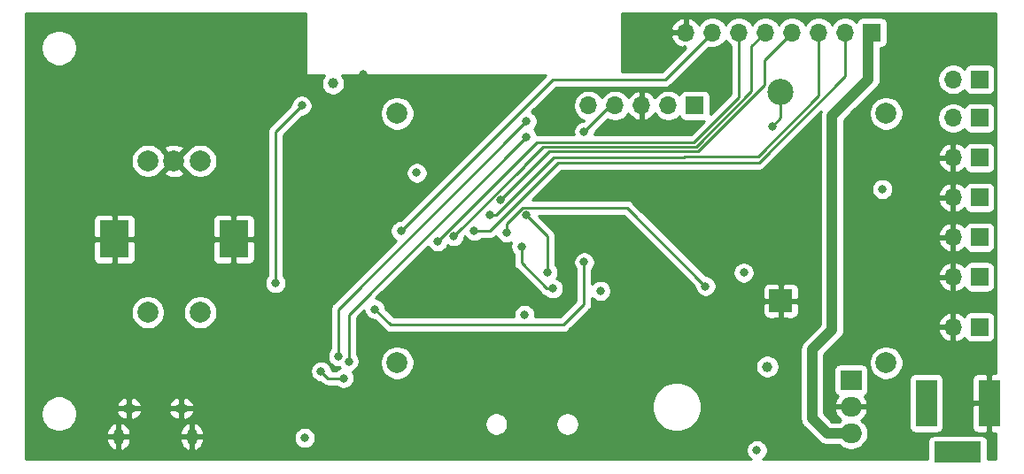
<source format=gbr>
%TF.GenerationSoftware,KiCad,Pcbnew,(5.1.8)-1*%
%TF.CreationDate,2021-03-10T15:17:51+00:00*%
%TF.ProjectId,Project_2_smaller,50726f6a-6563-4745-9f32-5f736d616c6c,rev?*%
%TF.SameCoordinates,Original*%
%TF.FileFunction,Copper,L4,Bot*%
%TF.FilePolarity,Positive*%
%FSLAX46Y46*%
G04 Gerber Fmt 4.6, Leading zero omitted, Abs format (unit mm)*
G04 Created by KiCad (PCBNEW (5.1.8)-1) date 2021-03-10 15:17:51*
%MOMM*%
%LPD*%
G01*
G04 APERTURE LIST*
%TA.AperFunction,ComponentPad*%
%ADD10O,1.000000X1.550000*%
%TD*%
%TA.AperFunction,ComponentPad*%
%ADD11O,1.250000X0.950000*%
%TD*%
%TA.AperFunction,ComponentPad*%
%ADD12R,4.500000X2.000000*%
%TD*%
%TA.AperFunction,ComponentPad*%
%ADD13R,2.000000X4.500000*%
%TD*%
%TA.AperFunction,ComponentPad*%
%ADD14O,1.700000X1.700000*%
%TD*%
%TA.AperFunction,ComponentPad*%
%ADD15R,1.700000X1.700000*%
%TD*%
%TA.AperFunction,ComponentPad*%
%ADD16C,2.000000*%
%TD*%
%TA.AperFunction,ComponentPad*%
%ADD17R,2.170000X2.170000*%
%TD*%
%TA.AperFunction,ComponentPad*%
%ADD18C,2.500000*%
%TD*%
%TA.AperFunction,ComponentPad*%
%ADD19R,2.800000X3.600000*%
%TD*%
%TA.AperFunction,ComponentPad*%
%ADD20R,2.000000X1.905000*%
%TD*%
%TA.AperFunction,ComponentPad*%
%ADD21O,2.000000X1.905000*%
%TD*%
%TA.AperFunction,ViaPad*%
%ADD22C,0.800000*%
%TD*%
%TA.AperFunction,ViaPad*%
%ADD23C,1.000000*%
%TD*%
%TA.AperFunction,Conductor*%
%ADD24C,0.250000*%
%TD*%
%TA.AperFunction,Conductor*%
%ADD25C,1.000000*%
%TD*%
%TA.AperFunction,Conductor*%
%ADD26C,0.254000*%
%TD*%
%TA.AperFunction,Conductor*%
%ADD27C,0.100000*%
%TD*%
G04 APERTURE END LIST*
D10*
%TO.P,J1,6*%
%TO.N,Earth*%
X120200000Y-137200000D03*
X113200000Y-137200000D03*
D11*
X114200000Y-134500000D03*
X119200000Y-134500000D03*
%TD*%
D12*
%TO.P,J2,3*%
%TO.N,N/C*%
X193400000Y-138700000D03*
D13*
%TO.P,J2,1*%
%TO.N,LINE*%
X190400000Y-134000000D03*
%TO.P,J2,2*%
%TO.N,Earth*%
X196400000Y-134000000D03*
%TD*%
D14*
%TO.P,J13,5*%
%TO.N,SCL*%
X158120000Y-105500000D03*
%TO.P,J13,4*%
%TO.N,SDA*%
X160660000Y-105500000D03*
%TO.P,J13,3*%
%TO.N,Earth*%
X163200000Y-105500000D03*
%TO.P,J13,2*%
%TO.N,+3V3*%
X165740000Y-105500000D03*
D15*
%TO.P,J13,1*%
X168280000Y-105500000D03*
D16*
%TO.P,J13,*%
%TO.N,*%
X139832000Y-106262000D03*
X186568000Y-106262000D03*
X186568000Y-130138000D03*
X139832000Y-130138000D03*
%TD*%
D17*
%TO.P,BT1,2*%
%TO.N,Earth*%
X176500000Y-124200000D03*
D18*
%TO.P,BT1,1*%
%TO.N,Net-(BT1-Pad1)*%
X176500000Y-104200000D03*
%TD*%
D15*
%TO.P,J5,1*%
%TO.N,+12V*%
X185200000Y-98500000D03*
D14*
%TO.P,J5,2*%
%TO.N,/PWM6*%
X182660000Y-98500000D03*
%TO.P,J5,3*%
%TO.N,/PWM5*%
X180120000Y-98500000D03*
%TO.P,J5,4*%
%TO.N,/PWM4*%
X177580000Y-98500000D03*
%TO.P,J5,5*%
%TO.N,/PWM3*%
X175040000Y-98500000D03*
%TO.P,J5,6*%
%TO.N,/PWM2*%
X172500000Y-98500000D03*
%TO.P,J5,7*%
%TO.N,/PWM1*%
X169960000Y-98500000D03*
%TO.P,J5,8*%
%TO.N,Earth*%
X167420000Y-98500000D03*
%TD*%
D15*
%TO.P,J6,1*%
%TO.N,/OnOff*%
X195500000Y-126700000D03*
D14*
%TO.P,J6,2*%
%TO.N,Earth*%
X192960000Y-126700000D03*
%TD*%
D15*
%TO.P,J7,1*%
%TO.N,+12V*%
X195500000Y-121900000D03*
D14*
%TO.P,J7,2*%
%TO.N,Earth*%
X192960000Y-121900000D03*
%TD*%
%TO.P,J8,2*%
%TO.N,Earth*%
X192960000Y-118100000D03*
D15*
%TO.P,J8,1*%
%TO.N,+12V*%
X195500000Y-118100000D03*
%TD*%
%TO.P,J9,1*%
%TO.N,+3V3*%
X195500000Y-114300000D03*
D14*
%TO.P,J9,2*%
%TO.N,Earth*%
X192960000Y-114300000D03*
%TD*%
D15*
%TO.P,J10,1*%
%TO.N,+3V3*%
X195500000Y-110500000D03*
D14*
%TO.P,J10,2*%
%TO.N,Earth*%
X192960000Y-110500000D03*
%TD*%
%TO.P,J11,2*%
%TO.N,SDA*%
X192960000Y-106700000D03*
D15*
%TO.P,J11,1*%
%TO.N,SCL*%
X195500000Y-106700000D03*
%TD*%
D14*
%TO.P,J12,2*%
%TO.N,SDA*%
X192960000Y-103000000D03*
D15*
%TO.P,J12,1*%
%TO.N,SCL*%
X195500000Y-103000000D03*
%TD*%
D16*
%TO.P,S1,B*%
%TO.N,Net-(R11-Pad2)*%
X121000000Y-110800000D03*
%TO.P,S1,C*%
%TO.N,Earth*%
X118500000Y-110800000D03*
%TO.P,S1,A*%
%TO.N,Net-(R10-Pad2)*%
X116000000Y-110800000D03*
%TO.P,S1,2*%
%TO.N,/Button*%
X121000000Y-125300000D03*
%TO.P,S1,1*%
%TO.N,+3V3*%
X116000000Y-125300000D03*
D19*
%TO.P,S1,3*%
%TO.N,Earth*%
X124200000Y-118300000D03*
X112800000Y-118300000D03*
%TD*%
D20*
%TO.P,U2,1*%
%TO.N,LINE*%
X183200000Y-131800000D03*
D21*
%TO.P,U2,2*%
%TO.N,Earth*%
X183200000Y-134340000D03*
%TO.P,U2,3*%
%TO.N,+12V*%
X183200000Y-136880000D03*
%TD*%
D22*
%TO.N,*%
X141700000Y-111950000D03*
D23*
%TO.N,Earth*%
X178050000Y-109350000D03*
D22*
X136589999Y-102534999D03*
X143100000Y-127750000D03*
X140550000Y-123050000D03*
X129500000Y-132900000D03*
X179200000Y-118650000D03*
X174480000Y-121120000D03*
X129350000Y-138300000D03*
D23*
%TO.N,+3V3*%
X133700000Y-103400000D03*
D22*
X186200000Y-113500000D03*
X174200000Y-138500000D03*
D23*
X175200000Y-130500000D03*
D22*
X172950000Y-121500000D03*
X152000000Y-125550000D03*
X130980000Y-137320000D03*
X159250000Y-123250000D03*
%TO.N,/RESET*%
X128200000Y-122500000D03*
X130700000Y-105500000D03*
%TO.N,SDA*%
X157700000Y-108000000D03*
%TO.N,TXD*%
X152200000Y-107000000D03*
X134200000Y-129500000D03*
%TO.N,RXD*%
X135200000Y-130000000D03*
X152200000Y-108500000D03*
%TO.N,/IO0*%
X137700000Y-125000000D03*
X157700000Y-120500000D03*
%TO.N,Net-(Q1-Pad2)*%
X134700000Y-131600000D03*
X132545131Y-130945131D03*
%TO.N,/RTC-INTSQW*%
X150300000Y-117650000D03*
X169300000Y-122800000D03*
%TO.N,MOSI*%
X154200000Y-121500000D03*
X152200000Y-116000000D03*
%TO.N,Net-(BT1-Pad1)*%
X175700000Y-107500000D03*
%TO.N,/!SD_SS*%
X154717805Y-123017449D03*
X151700000Y-119000000D03*
%TO.N,/PWM6*%
X147200000Y-117500000D03*
%TO.N,/PWM5*%
X148700000Y-116000000D03*
%TO.N,/PWM4*%
X149725306Y-114525306D03*
%TO.N,/PWM3*%
X145212653Y-118012653D03*
%TO.N,/PWM2*%
X143700000Y-118500000D03*
%TO.N,/PWM1*%
X140200000Y-117500000D03*
%TD*%
D24*
%TO.N,/RESET*%
X128200000Y-108000000D02*
X130700000Y-105500000D01*
X128200000Y-122500000D02*
X128200000Y-108000000D01*
D25*
%TO.N,+12V*%
X184867999Y-98832001D02*
X184867999Y-102982001D01*
X185200000Y-98500000D02*
X184867999Y-98832001D01*
X184867999Y-102982001D02*
X181400000Y-106450000D01*
X181400000Y-106450000D02*
X181400000Y-126950000D01*
X181400000Y-126950000D02*
X179500000Y-128850000D01*
X179500000Y-128850000D02*
X179500000Y-135450000D01*
X180930000Y-136880000D02*
X183200000Y-136880000D01*
X179500000Y-135450000D02*
X180930000Y-136880000D01*
D24*
%TO.N,SDA*%
X160200000Y-105500000D02*
X160660000Y-105500000D01*
X157700000Y-108000000D02*
X160200000Y-105500000D01*
%TO.N,TXD*%
X134200000Y-125000000D02*
X134200000Y-129500000D01*
X152200000Y-107000000D02*
X134200000Y-125000000D01*
%TO.N,RXD*%
X135200000Y-125500000D02*
X152200000Y-108500000D01*
X135200000Y-130000000D02*
X135200000Y-125500000D01*
%TO.N,/IO0*%
X137700000Y-125000000D02*
X139200000Y-126500000D01*
X139200000Y-126500000D02*
X155700000Y-126500000D01*
X157700000Y-124500000D02*
X157700000Y-120500000D01*
X155700000Y-126500000D02*
X157700000Y-124500000D01*
%TO.N,Net-(Q1-Pad2)*%
X133200000Y-131600000D02*
X132545131Y-130945131D01*
X134700000Y-131600000D02*
X133200000Y-131600000D01*
%TO.N,/RTC-INTSQW*%
X161774999Y-115274999D02*
X169300000Y-122800000D01*
X151851999Y-115274999D02*
X161774999Y-115274999D01*
X150300000Y-116826998D02*
X151851999Y-115274999D01*
X150300000Y-117650000D02*
X150300000Y-116826998D01*
%TO.N,MOSI*%
X154200000Y-118000000D02*
X152200000Y-116000000D01*
X154200000Y-121500000D02*
X154200000Y-118000000D01*
%TO.N,Net-(BT1-Pad1)*%
X176500000Y-106700000D02*
X176500000Y-104200000D01*
X175700000Y-107500000D02*
X176500000Y-106700000D01*
%TO.N,/!SD_SS*%
X151700000Y-120573002D02*
X151700000Y-119000000D01*
X154144447Y-123017449D02*
X151700000Y-120573002D01*
X154717805Y-123017449D02*
X154144447Y-123017449D01*
%TO.N,/PWM6*%
X147200000Y-117500000D02*
X148700000Y-117500000D01*
X182660000Y-102676410D02*
X182660000Y-98500000D01*
X155249990Y-110950010D02*
X174386400Y-110950010D01*
X174386400Y-110950010D02*
X182660000Y-102676410D01*
X148700000Y-117500000D02*
X155249990Y-110950010D01*
%TO.N,/PWM5*%
X180120000Y-104580000D02*
X180120000Y-98500000D01*
X167349972Y-110350028D02*
X174349972Y-110350028D01*
X167200000Y-110500000D02*
X167349972Y-110350028D01*
X154823614Y-110500000D02*
X167200000Y-110500000D01*
X174349972Y-110350028D02*
X180120000Y-104580000D01*
X149323614Y-116000000D02*
X154823614Y-110500000D01*
X148700000Y-116000000D02*
X149323614Y-116000000D01*
%TO.N,/PWM4*%
X174924999Y-101155001D02*
X177580000Y-98500000D01*
X174924999Y-103547821D02*
X174924999Y-101155001D01*
X168572802Y-109900018D02*
X174924999Y-103547821D01*
X154350594Y-109900018D02*
X168572802Y-109900018D01*
X149725306Y-114525306D02*
X154350594Y-109900018D01*
%TO.N,/PWM3*%
X151950307Y-111274999D02*
X151950307Y-111249693D01*
X145212653Y-118012653D02*
X151950307Y-111274999D01*
X168386401Y-109450009D02*
X173700000Y-104136410D01*
X153749990Y-109450010D02*
X168386401Y-109450009D01*
X151950307Y-111249693D02*
X153749990Y-109450010D01*
X173700000Y-99840000D02*
X175040000Y-98500000D01*
X173700000Y-104136410D02*
X173700000Y-99840000D01*
%TO.N,/PWM2*%
X143700000Y-118500000D02*
X153200000Y-109000000D01*
X153200000Y-109000000D02*
X168200000Y-109000000D01*
X172500000Y-104700000D02*
X172500000Y-98500000D01*
X168200000Y-109000000D02*
X172500000Y-104700000D01*
%TO.N,/PWM1*%
X140200000Y-117500000D02*
X154700000Y-103000000D01*
X165460000Y-103000000D02*
X169960000Y-98500000D01*
X154700000Y-103000000D02*
X165460000Y-103000000D01*
%TD*%
D26*
%TO.N,Earth*%
X131073000Y-102500000D02*
X131075440Y-102524776D01*
X131082667Y-102548601D01*
X131094403Y-102570557D01*
X131110197Y-102589803D01*
X131129443Y-102605597D01*
X131151399Y-102617333D01*
X131175224Y-102624560D01*
X131200000Y-102627000D01*
X132867868Y-102627000D01*
X132818388Y-102676480D01*
X132694176Y-102862376D01*
X132608617Y-103068933D01*
X132565000Y-103288212D01*
X132565000Y-103511788D01*
X132608617Y-103731067D01*
X132694176Y-103937624D01*
X132818388Y-104123520D01*
X132976480Y-104281612D01*
X133162376Y-104405824D01*
X133368933Y-104491383D01*
X133588212Y-104535000D01*
X133811788Y-104535000D01*
X134031067Y-104491383D01*
X134237624Y-104405824D01*
X134423520Y-104281612D01*
X134581612Y-104123520D01*
X134705824Y-103937624D01*
X134791383Y-103731067D01*
X134835000Y-103511788D01*
X134835000Y-103288212D01*
X134791383Y-103068933D01*
X134705824Y-102862376D01*
X134581612Y-102676480D01*
X134532132Y-102627000D01*
X153998198Y-102627000D01*
X140160199Y-116465000D01*
X140098061Y-116465000D01*
X139898102Y-116504774D01*
X139709744Y-116582795D01*
X139540226Y-116696063D01*
X139396063Y-116840226D01*
X139282795Y-117009744D01*
X139204774Y-117198102D01*
X139165000Y-117398061D01*
X139165000Y-117601939D01*
X139204774Y-117801898D01*
X139282795Y-117990256D01*
X139396063Y-118159774D01*
X139540226Y-118303937D01*
X139708695Y-118416504D01*
X133689003Y-124436196D01*
X133659999Y-124459999D01*
X133627171Y-124500001D01*
X133565026Y-124575724D01*
X133525866Y-124648987D01*
X133494454Y-124707754D01*
X133450997Y-124851015D01*
X133440000Y-124962668D01*
X133440000Y-124962678D01*
X133436324Y-125000000D01*
X133440000Y-125037323D01*
X133440001Y-128796288D01*
X133396063Y-128840226D01*
X133282795Y-129009744D01*
X133204774Y-129198102D01*
X133165000Y-129398061D01*
X133165000Y-129601939D01*
X133204774Y-129801898D01*
X133282795Y-129990256D01*
X133396063Y-130159774D01*
X133540226Y-130303937D01*
X133709744Y-130417205D01*
X133898102Y-130495226D01*
X134098061Y-130535000D01*
X134301939Y-130535000D01*
X134311430Y-130533112D01*
X134367722Y-130617358D01*
X134209744Y-130682795D01*
X134040226Y-130796063D01*
X133996289Y-130840000D01*
X133579496Y-130840000D01*
X133540357Y-130643233D01*
X133462336Y-130454875D01*
X133349068Y-130285357D01*
X133204905Y-130141194D01*
X133035387Y-130027926D01*
X132847029Y-129949905D01*
X132647070Y-129910131D01*
X132443192Y-129910131D01*
X132243233Y-129949905D01*
X132054875Y-130027926D01*
X131885357Y-130141194D01*
X131741194Y-130285357D01*
X131627926Y-130454875D01*
X131549905Y-130643233D01*
X131510131Y-130843192D01*
X131510131Y-131047070D01*
X131549905Y-131247029D01*
X131627926Y-131435387D01*
X131741194Y-131604905D01*
X131885357Y-131749068D01*
X132054875Y-131862336D01*
X132243233Y-131940357D01*
X132443192Y-131980131D01*
X132505329Y-131980131D01*
X132636200Y-132111002D01*
X132659999Y-132140001D01*
X132688997Y-132163799D01*
X132775724Y-132234974D01*
X132907753Y-132305546D01*
X133051014Y-132349003D01*
X133200000Y-132363677D01*
X133237333Y-132360000D01*
X133996289Y-132360000D01*
X134040226Y-132403937D01*
X134209744Y-132517205D01*
X134398102Y-132595226D01*
X134598061Y-132635000D01*
X134801939Y-132635000D01*
X135001898Y-132595226D01*
X135190256Y-132517205D01*
X135359774Y-132403937D01*
X135503937Y-132259774D01*
X135617205Y-132090256D01*
X135695226Y-131901898D01*
X135735000Y-131701939D01*
X135735000Y-131498061D01*
X135695226Y-131298102D01*
X135617205Y-131109744D01*
X135532278Y-130982642D01*
X135690256Y-130917205D01*
X135859774Y-130803937D01*
X136003937Y-130659774D01*
X136117205Y-130490256D01*
X136195226Y-130301898D01*
X136235000Y-130101939D01*
X136235000Y-129976967D01*
X138197000Y-129976967D01*
X138197000Y-130299033D01*
X138259832Y-130614912D01*
X138383082Y-130912463D01*
X138562013Y-131180252D01*
X138789748Y-131407987D01*
X139057537Y-131586918D01*
X139355088Y-131710168D01*
X139670967Y-131773000D01*
X139993033Y-131773000D01*
X140308912Y-131710168D01*
X140606463Y-131586918D01*
X140874252Y-131407987D01*
X141101987Y-131180252D01*
X141280918Y-130912463D01*
X141404168Y-130614912D01*
X141449261Y-130388212D01*
X174065000Y-130388212D01*
X174065000Y-130611788D01*
X174108617Y-130831067D01*
X174194176Y-131037624D01*
X174318388Y-131223520D01*
X174476480Y-131381612D01*
X174662376Y-131505824D01*
X174868933Y-131591383D01*
X175088212Y-131635000D01*
X175311788Y-131635000D01*
X175531067Y-131591383D01*
X175737624Y-131505824D01*
X175923520Y-131381612D01*
X176081612Y-131223520D01*
X176205824Y-131037624D01*
X176291383Y-130831067D01*
X176335000Y-130611788D01*
X176335000Y-130388212D01*
X176291383Y-130168933D01*
X176205824Y-129962376D01*
X176081612Y-129776480D01*
X175923520Y-129618388D01*
X175737624Y-129494176D01*
X175531067Y-129408617D01*
X175311788Y-129365000D01*
X175088212Y-129365000D01*
X174868933Y-129408617D01*
X174662376Y-129494176D01*
X174476480Y-129618388D01*
X174318388Y-129776480D01*
X174194176Y-129962376D01*
X174108617Y-130168933D01*
X174065000Y-130388212D01*
X141449261Y-130388212D01*
X141467000Y-130299033D01*
X141467000Y-129976967D01*
X141404168Y-129661088D01*
X141280918Y-129363537D01*
X141101987Y-129095748D01*
X140874252Y-128868013D01*
X140606463Y-128689082D01*
X140308912Y-128565832D01*
X139993033Y-128503000D01*
X139670967Y-128503000D01*
X139355088Y-128565832D01*
X139057537Y-128689082D01*
X138789748Y-128868013D01*
X138562013Y-129095748D01*
X138383082Y-129363537D01*
X138259832Y-129661088D01*
X138197000Y-129976967D01*
X136235000Y-129976967D01*
X136235000Y-129898061D01*
X136195226Y-129698102D01*
X136117205Y-129509744D01*
X136003937Y-129340226D01*
X135960000Y-129296289D01*
X135960000Y-125814801D01*
X136666304Y-125108497D01*
X136704774Y-125301898D01*
X136782795Y-125490256D01*
X136896063Y-125659774D01*
X137040226Y-125803937D01*
X137209744Y-125917205D01*
X137398102Y-125995226D01*
X137598061Y-126035000D01*
X137660199Y-126035000D01*
X138636201Y-127011003D01*
X138659999Y-127040001D01*
X138775724Y-127134974D01*
X138907753Y-127205546D01*
X139051014Y-127249003D01*
X139162667Y-127260000D01*
X139162676Y-127260000D01*
X139199999Y-127263676D01*
X139237322Y-127260000D01*
X155662678Y-127260000D01*
X155700000Y-127263676D01*
X155737322Y-127260000D01*
X155737333Y-127260000D01*
X155848986Y-127249003D01*
X155992247Y-127205546D01*
X156124276Y-127134974D01*
X156240001Y-127040001D01*
X156263804Y-127010997D01*
X157989801Y-125285000D01*
X174776928Y-125285000D01*
X174789188Y-125409482D01*
X174825498Y-125529180D01*
X174884463Y-125639494D01*
X174963815Y-125736185D01*
X175060506Y-125815537D01*
X175170820Y-125874502D01*
X175290518Y-125910812D01*
X175415000Y-125923072D01*
X176214250Y-125920000D01*
X176373000Y-125761250D01*
X176373000Y-124327000D01*
X176627000Y-124327000D01*
X176627000Y-125761250D01*
X176785750Y-125920000D01*
X177585000Y-125923072D01*
X177709482Y-125910812D01*
X177829180Y-125874502D01*
X177939494Y-125815537D01*
X178036185Y-125736185D01*
X178115537Y-125639494D01*
X178174502Y-125529180D01*
X178210812Y-125409482D01*
X178223072Y-125285000D01*
X178220000Y-124485750D01*
X178061250Y-124327000D01*
X176627000Y-124327000D01*
X176373000Y-124327000D01*
X174938750Y-124327000D01*
X174780000Y-124485750D01*
X174776928Y-125285000D01*
X157989801Y-125285000D01*
X158211004Y-125063798D01*
X158240001Y-125040001D01*
X158303467Y-124962668D01*
X158334974Y-124924277D01*
X158405546Y-124792247D01*
X158418059Y-124750997D01*
X158449003Y-124648986D01*
X158460000Y-124537333D01*
X158460000Y-124537324D01*
X158463676Y-124500001D01*
X158460000Y-124462678D01*
X158460000Y-123923711D01*
X158590226Y-124053937D01*
X158759744Y-124167205D01*
X158948102Y-124245226D01*
X159148061Y-124285000D01*
X159351939Y-124285000D01*
X159551898Y-124245226D01*
X159740256Y-124167205D01*
X159909774Y-124053937D01*
X160053937Y-123909774D01*
X160167205Y-123740256D01*
X160245226Y-123551898D01*
X160285000Y-123351939D01*
X160285000Y-123148061D01*
X160245226Y-122948102D01*
X160167205Y-122759744D01*
X160053937Y-122590226D01*
X159909774Y-122446063D01*
X159740256Y-122332795D01*
X159551898Y-122254774D01*
X159351939Y-122215000D01*
X159148061Y-122215000D01*
X158948102Y-122254774D01*
X158759744Y-122332795D01*
X158590226Y-122446063D01*
X158460000Y-122576289D01*
X158460000Y-121203711D01*
X158503937Y-121159774D01*
X158617205Y-120990256D01*
X158695226Y-120801898D01*
X158735000Y-120601939D01*
X158735000Y-120398061D01*
X158695226Y-120198102D01*
X158617205Y-120009744D01*
X158503937Y-119840226D01*
X158359774Y-119696063D01*
X158190256Y-119582795D01*
X158001898Y-119504774D01*
X157801939Y-119465000D01*
X157598061Y-119465000D01*
X157398102Y-119504774D01*
X157209744Y-119582795D01*
X157040226Y-119696063D01*
X156896063Y-119840226D01*
X156782795Y-120009744D01*
X156704774Y-120198102D01*
X156665000Y-120398061D01*
X156665000Y-120601939D01*
X156704774Y-120801898D01*
X156782795Y-120990256D01*
X156896063Y-121159774D01*
X156940001Y-121203712D01*
X156940000Y-124185198D01*
X155385199Y-125740000D01*
X153017484Y-125740000D01*
X153035000Y-125651939D01*
X153035000Y-125448061D01*
X152995226Y-125248102D01*
X152917205Y-125059744D01*
X152803937Y-124890226D01*
X152659774Y-124746063D01*
X152490256Y-124632795D01*
X152301898Y-124554774D01*
X152101939Y-124515000D01*
X151898061Y-124515000D01*
X151698102Y-124554774D01*
X151509744Y-124632795D01*
X151340226Y-124746063D01*
X151196063Y-124890226D01*
X151082795Y-125059744D01*
X151004774Y-125248102D01*
X150965000Y-125448061D01*
X150965000Y-125651939D01*
X150982516Y-125740000D01*
X139514802Y-125740000D01*
X138735000Y-124960199D01*
X138735000Y-124898061D01*
X138695226Y-124698102D01*
X138617205Y-124509744D01*
X138503937Y-124340226D01*
X138359774Y-124196063D01*
X138190256Y-124082795D01*
X138001898Y-124004774D01*
X137808497Y-123966304D01*
X142783496Y-118991305D01*
X142896063Y-119159774D01*
X143040226Y-119303937D01*
X143209744Y-119417205D01*
X143398102Y-119495226D01*
X143598061Y-119535000D01*
X143801939Y-119535000D01*
X144001898Y-119495226D01*
X144190256Y-119417205D01*
X144359774Y-119303937D01*
X144503937Y-119159774D01*
X144617205Y-118990256D01*
X144659602Y-118887900D01*
X144722397Y-118929858D01*
X144910755Y-119007879D01*
X145110714Y-119047653D01*
X145314592Y-119047653D01*
X145514551Y-119007879D01*
X145702909Y-118929858D01*
X145872427Y-118816590D01*
X146016590Y-118672427D01*
X146129858Y-118502909D01*
X146207879Y-118314551D01*
X146247653Y-118114592D01*
X146247653Y-118052454D01*
X146293632Y-118006475D01*
X146396063Y-118159774D01*
X146540226Y-118303937D01*
X146709744Y-118417205D01*
X146898102Y-118495226D01*
X147098061Y-118535000D01*
X147301939Y-118535000D01*
X147501898Y-118495226D01*
X147690256Y-118417205D01*
X147859774Y-118303937D01*
X147903711Y-118260000D01*
X148662678Y-118260000D01*
X148700000Y-118263676D01*
X148737322Y-118260000D01*
X148737333Y-118260000D01*
X148848986Y-118249003D01*
X148992247Y-118205546D01*
X149124276Y-118134974D01*
X149240001Y-118040001D01*
X149263804Y-118010997D01*
X149310084Y-117964717D01*
X149382795Y-118140256D01*
X149496063Y-118309774D01*
X149640226Y-118453937D01*
X149809744Y-118567205D01*
X149998102Y-118645226D01*
X150198061Y-118685000D01*
X150401939Y-118685000D01*
X150601898Y-118645226D01*
X150752519Y-118582836D01*
X150704774Y-118698102D01*
X150665000Y-118898061D01*
X150665000Y-119101939D01*
X150704774Y-119301898D01*
X150782795Y-119490256D01*
X150896063Y-119659774D01*
X150940001Y-119703712D01*
X150940000Y-120535679D01*
X150936324Y-120573002D01*
X150940000Y-120610324D01*
X150940000Y-120610334D01*
X150950997Y-120721987D01*
X150976427Y-120805820D01*
X150994454Y-120865248D01*
X151065026Y-120997278D01*
X151075257Y-121009744D01*
X151159999Y-121113003D01*
X151189003Y-121136806D01*
X153580648Y-123528452D01*
X153604446Y-123557450D01*
X153633444Y-123581248D01*
X153720170Y-123652423D01*
X153841368Y-123717205D01*
X153852200Y-123722995D01*
X153995461Y-123766452D01*
X154003931Y-123767286D01*
X154058031Y-123821386D01*
X154227549Y-123934654D01*
X154415907Y-124012675D01*
X154615866Y-124052449D01*
X154819744Y-124052449D01*
X155019703Y-124012675D01*
X155208061Y-123934654D01*
X155377579Y-123821386D01*
X155521742Y-123677223D01*
X155635010Y-123507705D01*
X155713031Y-123319347D01*
X155752805Y-123119388D01*
X155752805Y-122915510D01*
X155713031Y-122715551D01*
X155635010Y-122527193D01*
X155521742Y-122357675D01*
X155377579Y-122213512D01*
X155208061Y-122100244D01*
X155079340Y-122046926D01*
X155117205Y-121990256D01*
X155195226Y-121801898D01*
X155235000Y-121601939D01*
X155235000Y-121398061D01*
X155195226Y-121198102D01*
X155117205Y-121009744D01*
X155003937Y-120840226D01*
X154960000Y-120796289D01*
X154960000Y-118037322D01*
X154963676Y-117999999D01*
X154960000Y-117962676D01*
X154960000Y-117962667D01*
X154949003Y-117851014D01*
X154905546Y-117707753D01*
X154834974Y-117575723D01*
X154763799Y-117488997D01*
X154740001Y-117459999D01*
X154711003Y-117436201D01*
X153309800Y-116034999D01*
X161460198Y-116034999D01*
X168265000Y-122839803D01*
X168265000Y-122901939D01*
X168304774Y-123101898D01*
X168382795Y-123290256D01*
X168496063Y-123459774D01*
X168640226Y-123603937D01*
X168809744Y-123717205D01*
X168998102Y-123795226D01*
X169198061Y-123835000D01*
X169401939Y-123835000D01*
X169601898Y-123795226D01*
X169790256Y-123717205D01*
X169959774Y-123603937D01*
X170103937Y-123459774D01*
X170217205Y-123290256D01*
X170289798Y-123115000D01*
X174776928Y-123115000D01*
X174780000Y-123914250D01*
X174938750Y-124073000D01*
X176373000Y-124073000D01*
X176373000Y-122638750D01*
X176627000Y-122638750D01*
X176627000Y-124073000D01*
X178061250Y-124073000D01*
X178220000Y-123914250D01*
X178223072Y-123115000D01*
X178210812Y-122990518D01*
X178174502Y-122870820D01*
X178115537Y-122760506D01*
X178036185Y-122663815D01*
X177939494Y-122584463D01*
X177829180Y-122525498D01*
X177709482Y-122489188D01*
X177585000Y-122476928D01*
X176785750Y-122480000D01*
X176627000Y-122638750D01*
X176373000Y-122638750D01*
X176214250Y-122480000D01*
X175415000Y-122476928D01*
X175290518Y-122489188D01*
X175170820Y-122525498D01*
X175060506Y-122584463D01*
X174963815Y-122663815D01*
X174884463Y-122760506D01*
X174825498Y-122870820D01*
X174789188Y-122990518D01*
X174776928Y-123115000D01*
X170289798Y-123115000D01*
X170295226Y-123101898D01*
X170335000Y-122901939D01*
X170335000Y-122698061D01*
X170295226Y-122498102D01*
X170217205Y-122309744D01*
X170103937Y-122140226D01*
X169959774Y-121996063D01*
X169790256Y-121882795D01*
X169601898Y-121804774D01*
X169401939Y-121765000D01*
X169339803Y-121765000D01*
X168972864Y-121398061D01*
X171915000Y-121398061D01*
X171915000Y-121601939D01*
X171954774Y-121801898D01*
X172032795Y-121990256D01*
X172146063Y-122159774D01*
X172290226Y-122303937D01*
X172459744Y-122417205D01*
X172648102Y-122495226D01*
X172848061Y-122535000D01*
X173051939Y-122535000D01*
X173251898Y-122495226D01*
X173440256Y-122417205D01*
X173609774Y-122303937D01*
X173753937Y-122159774D01*
X173867205Y-121990256D01*
X173945226Y-121801898D01*
X173985000Y-121601939D01*
X173985000Y-121398061D01*
X173945226Y-121198102D01*
X173867205Y-121009744D01*
X173753937Y-120840226D01*
X173609774Y-120696063D01*
X173440256Y-120582795D01*
X173251898Y-120504774D01*
X173051939Y-120465000D01*
X172848061Y-120465000D01*
X172648102Y-120504774D01*
X172459744Y-120582795D01*
X172290226Y-120696063D01*
X172146063Y-120840226D01*
X172032795Y-121009744D01*
X171954774Y-121198102D01*
X171915000Y-121398061D01*
X168972864Y-121398061D01*
X162338803Y-114764002D01*
X162315000Y-114734998D01*
X162199275Y-114640025D01*
X162067246Y-114569453D01*
X161923985Y-114525996D01*
X161812332Y-114514999D01*
X161812321Y-114514999D01*
X161774999Y-114511323D01*
X161737677Y-114514999D01*
X152759803Y-114514999D01*
X155564792Y-111710010D01*
X174349078Y-111710010D01*
X174386400Y-111713686D01*
X174423722Y-111710010D01*
X174423733Y-111710010D01*
X174535386Y-111699013D01*
X174678647Y-111655556D01*
X174810676Y-111584984D01*
X174926401Y-111490011D01*
X174950204Y-111461007D01*
X180323971Y-106087240D01*
X180281423Y-106227502D01*
X180259509Y-106450000D01*
X180265000Y-106505751D01*
X180265001Y-126479867D01*
X178736865Y-128008004D01*
X178693551Y-128043551D01*
X178551716Y-128216377D01*
X178446325Y-128413553D01*
X178446324Y-128413554D01*
X178381423Y-128627502D01*
X178359509Y-128850000D01*
X178365000Y-128905752D01*
X178365001Y-135394239D01*
X178359509Y-135450000D01*
X178381423Y-135672498D01*
X178446324Y-135886446D01*
X178484061Y-135957046D01*
X178551717Y-136083623D01*
X178693552Y-136256449D01*
X178736860Y-136291991D01*
X180088008Y-137643140D01*
X180123551Y-137686449D01*
X180296377Y-137828284D01*
X180493553Y-137933676D01*
X180707501Y-137998577D01*
X180874248Y-138015000D01*
X180874257Y-138015000D01*
X180929999Y-138020490D01*
X180985741Y-138015000D01*
X182033112Y-138015000D01*
X182266265Y-138206345D01*
X182542051Y-138353755D01*
X182841296Y-138444530D01*
X183074514Y-138467500D01*
X183325486Y-138467500D01*
X183558704Y-138444530D01*
X183857949Y-138353755D01*
X184133735Y-138206345D01*
X184375463Y-138007963D01*
X184573845Y-137766235D01*
X184721255Y-137490449D01*
X184812030Y-137191204D01*
X184842681Y-136880000D01*
X184812030Y-136568796D01*
X184721255Y-136269551D01*
X184573845Y-135993765D01*
X184375463Y-135752037D01*
X184196101Y-135604837D01*
X184381315Y-135449437D01*
X184575969Y-135206923D01*
X184719571Y-134931094D01*
X184790563Y-134712980D01*
X184670594Y-134467000D01*
X183327000Y-134467000D01*
X183327000Y-134487000D01*
X183073000Y-134487000D01*
X183073000Y-134467000D01*
X181729406Y-134467000D01*
X181609437Y-134712980D01*
X181680429Y-134931094D01*
X181824031Y-135206923D01*
X182018685Y-135449437D01*
X182203899Y-135604837D01*
X182033112Y-135745000D01*
X181400132Y-135745000D01*
X180635000Y-134979869D01*
X180635000Y-130847500D01*
X181561928Y-130847500D01*
X181561928Y-132752500D01*
X181574188Y-132876982D01*
X181610498Y-132996680D01*
X181669463Y-133106994D01*
X181748815Y-133203685D01*
X181845506Y-133283037D01*
X181937219Y-133332059D01*
X181824031Y-133473077D01*
X181680429Y-133748906D01*
X181609437Y-133967020D01*
X181729406Y-134213000D01*
X183073000Y-134213000D01*
X183073000Y-134193000D01*
X183327000Y-134193000D01*
X183327000Y-134213000D01*
X184670594Y-134213000D01*
X184790563Y-133967020D01*
X184719571Y-133748906D01*
X184575969Y-133473077D01*
X184462781Y-133332059D01*
X184554494Y-133283037D01*
X184651185Y-133203685D01*
X184730537Y-133106994D01*
X184789502Y-132996680D01*
X184825812Y-132876982D01*
X184838072Y-132752500D01*
X184838072Y-130847500D01*
X184825812Y-130723018D01*
X184789502Y-130603320D01*
X184730537Y-130493006D01*
X184651185Y-130396315D01*
X184554494Y-130316963D01*
X184444180Y-130257998D01*
X184324482Y-130221688D01*
X184200000Y-130209428D01*
X182200000Y-130209428D01*
X182075518Y-130221688D01*
X181955820Y-130257998D01*
X181845506Y-130316963D01*
X181748815Y-130396315D01*
X181669463Y-130493006D01*
X181610498Y-130603320D01*
X181574188Y-130723018D01*
X181561928Y-130847500D01*
X180635000Y-130847500D01*
X180635000Y-129976967D01*
X184933000Y-129976967D01*
X184933000Y-130299033D01*
X184995832Y-130614912D01*
X185119082Y-130912463D01*
X185298013Y-131180252D01*
X185525748Y-131407987D01*
X185793537Y-131586918D01*
X186091088Y-131710168D01*
X186406967Y-131773000D01*
X186729033Y-131773000D01*
X186844662Y-131750000D01*
X188761928Y-131750000D01*
X188761928Y-136250000D01*
X188774188Y-136374482D01*
X188810498Y-136494180D01*
X188869463Y-136604494D01*
X188948815Y-136701185D01*
X189045506Y-136780537D01*
X189155820Y-136839502D01*
X189275518Y-136875812D01*
X189400000Y-136888072D01*
X191400000Y-136888072D01*
X191524482Y-136875812D01*
X191644180Y-136839502D01*
X191754494Y-136780537D01*
X191851185Y-136701185D01*
X191930537Y-136604494D01*
X191989502Y-136494180D01*
X192025812Y-136374482D01*
X192038072Y-136250000D01*
X194761928Y-136250000D01*
X194774188Y-136374482D01*
X194810498Y-136494180D01*
X194869463Y-136604494D01*
X194948815Y-136701185D01*
X195045506Y-136780537D01*
X195155820Y-136839502D01*
X195275518Y-136875812D01*
X195400000Y-136888072D01*
X196114250Y-136885000D01*
X196273000Y-136726250D01*
X196273000Y-134127000D01*
X194923750Y-134127000D01*
X194765000Y-134285750D01*
X194761928Y-136250000D01*
X192038072Y-136250000D01*
X192038072Y-131750000D01*
X194761928Y-131750000D01*
X194765000Y-133714250D01*
X194923750Y-133873000D01*
X196273000Y-133873000D01*
X196273000Y-131273750D01*
X196114250Y-131115000D01*
X195400000Y-131111928D01*
X195275518Y-131124188D01*
X195155820Y-131160498D01*
X195045506Y-131219463D01*
X194948815Y-131298815D01*
X194869463Y-131395506D01*
X194810498Y-131505820D01*
X194774188Y-131625518D01*
X194761928Y-131750000D01*
X192038072Y-131750000D01*
X192025812Y-131625518D01*
X191989502Y-131505820D01*
X191930537Y-131395506D01*
X191851185Y-131298815D01*
X191754494Y-131219463D01*
X191644180Y-131160498D01*
X191524482Y-131124188D01*
X191400000Y-131111928D01*
X189400000Y-131111928D01*
X189275518Y-131124188D01*
X189155820Y-131160498D01*
X189045506Y-131219463D01*
X188948815Y-131298815D01*
X188869463Y-131395506D01*
X188810498Y-131505820D01*
X188774188Y-131625518D01*
X188761928Y-131750000D01*
X186844662Y-131750000D01*
X187044912Y-131710168D01*
X187342463Y-131586918D01*
X187610252Y-131407987D01*
X187837987Y-131180252D01*
X188016918Y-130912463D01*
X188140168Y-130614912D01*
X188203000Y-130299033D01*
X188203000Y-129976967D01*
X188140168Y-129661088D01*
X188016918Y-129363537D01*
X187837987Y-129095748D01*
X187610252Y-128868013D01*
X187342463Y-128689082D01*
X187044912Y-128565832D01*
X186729033Y-128503000D01*
X186406967Y-128503000D01*
X186091088Y-128565832D01*
X185793537Y-128689082D01*
X185525748Y-128868013D01*
X185298013Y-129095748D01*
X185119082Y-129363537D01*
X184995832Y-129661088D01*
X184933000Y-129976967D01*
X180635000Y-129976967D01*
X180635000Y-129320131D01*
X182163141Y-127791991D01*
X182206449Y-127756449D01*
X182348284Y-127583623D01*
X182453676Y-127386447D01*
X182518577Y-127172499D01*
X182529963Y-127056891D01*
X191518519Y-127056891D01*
X191615843Y-127331252D01*
X191764822Y-127581355D01*
X191959731Y-127797588D01*
X192193080Y-127971641D01*
X192455901Y-128096825D01*
X192603110Y-128141476D01*
X192833000Y-128020155D01*
X192833000Y-126827000D01*
X191639186Y-126827000D01*
X191518519Y-127056891D01*
X182529963Y-127056891D01*
X182535000Y-127005752D01*
X182540491Y-126950000D01*
X182535000Y-126894248D01*
X182535000Y-126343109D01*
X191518519Y-126343109D01*
X191639186Y-126573000D01*
X192833000Y-126573000D01*
X192833000Y-125379845D01*
X193087000Y-125379845D01*
X193087000Y-126573000D01*
X193107000Y-126573000D01*
X193107000Y-126827000D01*
X193087000Y-126827000D01*
X193087000Y-128020155D01*
X193316890Y-128141476D01*
X193464099Y-128096825D01*
X193726920Y-127971641D01*
X193960269Y-127797588D01*
X194036034Y-127713534D01*
X194060498Y-127794180D01*
X194119463Y-127904494D01*
X194198815Y-128001185D01*
X194295506Y-128080537D01*
X194405820Y-128139502D01*
X194525518Y-128175812D01*
X194650000Y-128188072D01*
X196350000Y-128188072D01*
X196474482Y-128175812D01*
X196594180Y-128139502D01*
X196704494Y-128080537D01*
X196801185Y-128001185D01*
X196880537Y-127904494D01*
X196939502Y-127794180D01*
X196975812Y-127674482D01*
X196988072Y-127550000D01*
X196988072Y-125850000D01*
X196975812Y-125725518D01*
X196939502Y-125605820D01*
X196880537Y-125495506D01*
X196801185Y-125398815D01*
X196704494Y-125319463D01*
X196594180Y-125260498D01*
X196474482Y-125224188D01*
X196350000Y-125211928D01*
X194650000Y-125211928D01*
X194525518Y-125224188D01*
X194405820Y-125260498D01*
X194295506Y-125319463D01*
X194198815Y-125398815D01*
X194119463Y-125495506D01*
X194060498Y-125605820D01*
X194036034Y-125686466D01*
X193960269Y-125602412D01*
X193726920Y-125428359D01*
X193464099Y-125303175D01*
X193316890Y-125258524D01*
X193087000Y-125379845D01*
X192833000Y-125379845D01*
X192603110Y-125258524D01*
X192455901Y-125303175D01*
X192193080Y-125428359D01*
X191959731Y-125602412D01*
X191764822Y-125818645D01*
X191615843Y-126068748D01*
X191518519Y-126343109D01*
X182535000Y-126343109D01*
X182535000Y-122256891D01*
X191518519Y-122256891D01*
X191615843Y-122531252D01*
X191764822Y-122781355D01*
X191959731Y-122997588D01*
X192193080Y-123171641D01*
X192455901Y-123296825D01*
X192603110Y-123341476D01*
X192833000Y-123220155D01*
X192833000Y-122027000D01*
X191639186Y-122027000D01*
X191518519Y-122256891D01*
X182535000Y-122256891D01*
X182535000Y-121543109D01*
X191518519Y-121543109D01*
X191639186Y-121773000D01*
X192833000Y-121773000D01*
X192833000Y-120579845D01*
X193087000Y-120579845D01*
X193087000Y-121773000D01*
X193107000Y-121773000D01*
X193107000Y-122027000D01*
X193087000Y-122027000D01*
X193087000Y-123220155D01*
X193316890Y-123341476D01*
X193464099Y-123296825D01*
X193726920Y-123171641D01*
X193960269Y-122997588D01*
X194036034Y-122913534D01*
X194060498Y-122994180D01*
X194119463Y-123104494D01*
X194198815Y-123201185D01*
X194295506Y-123280537D01*
X194405820Y-123339502D01*
X194525518Y-123375812D01*
X194650000Y-123388072D01*
X196350000Y-123388072D01*
X196474482Y-123375812D01*
X196594180Y-123339502D01*
X196704494Y-123280537D01*
X196801185Y-123201185D01*
X196880537Y-123104494D01*
X196939502Y-122994180D01*
X196975812Y-122874482D01*
X196988072Y-122750000D01*
X196988072Y-121050000D01*
X196975812Y-120925518D01*
X196939502Y-120805820D01*
X196880537Y-120695506D01*
X196801185Y-120598815D01*
X196704494Y-120519463D01*
X196594180Y-120460498D01*
X196474482Y-120424188D01*
X196350000Y-120411928D01*
X194650000Y-120411928D01*
X194525518Y-120424188D01*
X194405820Y-120460498D01*
X194295506Y-120519463D01*
X194198815Y-120598815D01*
X194119463Y-120695506D01*
X194060498Y-120805820D01*
X194036034Y-120886466D01*
X193960269Y-120802412D01*
X193726920Y-120628359D01*
X193464099Y-120503175D01*
X193316890Y-120458524D01*
X193087000Y-120579845D01*
X192833000Y-120579845D01*
X192603110Y-120458524D01*
X192455901Y-120503175D01*
X192193080Y-120628359D01*
X191959731Y-120802412D01*
X191764822Y-121018645D01*
X191615843Y-121268748D01*
X191518519Y-121543109D01*
X182535000Y-121543109D01*
X182535000Y-118456891D01*
X191518519Y-118456891D01*
X191615843Y-118731252D01*
X191764822Y-118981355D01*
X191959731Y-119197588D01*
X192193080Y-119371641D01*
X192455901Y-119496825D01*
X192603110Y-119541476D01*
X192833000Y-119420155D01*
X192833000Y-118227000D01*
X191639186Y-118227000D01*
X191518519Y-118456891D01*
X182535000Y-118456891D01*
X182535000Y-117743109D01*
X191518519Y-117743109D01*
X191639186Y-117973000D01*
X192833000Y-117973000D01*
X192833000Y-116779845D01*
X193087000Y-116779845D01*
X193087000Y-117973000D01*
X193107000Y-117973000D01*
X193107000Y-118227000D01*
X193087000Y-118227000D01*
X193087000Y-119420155D01*
X193316890Y-119541476D01*
X193464099Y-119496825D01*
X193726920Y-119371641D01*
X193960269Y-119197588D01*
X194036034Y-119113534D01*
X194060498Y-119194180D01*
X194119463Y-119304494D01*
X194198815Y-119401185D01*
X194295506Y-119480537D01*
X194405820Y-119539502D01*
X194525518Y-119575812D01*
X194650000Y-119588072D01*
X196350000Y-119588072D01*
X196474482Y-119575812D01*
X196594180Y-119539502D01*
X196704494Y-119480537D01*
X196801185Y-119401185D01*
X196880537Y-119304494D01*
X196939502Y-119194180D01*
X196975812Y-119074482D01*
X196988072Y-118950000D01*
X196988072Y-117250000D01*
X196975812Y-117125518D01*
X196939502Y-117005820D01*
X196880537Y-116895506D01*
X196801185Y-116798815D01*
X196704494Y-116719463D01*
X196594180Y-116660498D01*
X196474482Y-116624188D01*
X196350000Y-116611928D01*
X194650000Y-116611928D01*
X194525518Y-116624188D01*
X194405820Y-116660498D01*
X194295506Y-116719463D01*
X194198815Y-116798815D01*
X194119463Y-116895506D01*
X194060498Y-117005820D01*
X194036034Y-117086466D01*
X193960269Y-117002412D01*
X193726920Y-116828359D01*
X193464099Y-116703175D01*
X193316890Y-116658524D01*
X193087000Y-116779845D01*
X192833000Y-116779845D01*
X192603110Y-116658524D01*
X192455901Y-116703175D01*
X192193080Y-116828359D01*
X191959731Y-117002412D01*
X191764822Y-117218645D01*
X191615843Y-117468748D01*
X191518519Y-117743109D01*
X182535000Y-117743109D01*
X182535000Y-114656891D01*
X191518519Y-114656891D01*
X191615843Y-114931252D01*
X191764822Y-115181355D01*
X191959731Y-115397588D01*
X192193080Y-115571641D01*
X192455901Y-115696825D01*
X192603110Y-115741476D01*
X192833000Y-115620155D01*
X192833000Y-114427000D01*
X191639186Y-114427000D01*
X191518519Y-114656891D01*
X182535000Y-114656891D01*
X182535000Y-113398061D01*
X185165000Y-113398061D01*
X185165000Y-113601939D01*
X185204774Y-113801898D01*
X185282795Y-113990256D01*
X185396063Y-114159774D01*
X185540226Y-114303937D01*
X185709744Y-114417205D01*
X185898102Y-114495226D01*
X186098061Y-114535000D01*
X186301939Y-114535000D01*
X186501898Y-114495226D01*
X186690256Y-114417205D01*
X186859774Y-114303937D01*
X187003937Y-114159774D01*
X187117205Y-113990256D01*
X187136734Y-113943109D01*
X191518519Y-113943109D01*
X191639186Y-114173000D01*
X192833000Y-114173000D01*
X192833000Y-112979845D01*
X193087000Y-112979845D01*
X193087000Y-114173000D01*
X193107000Y-114173000D01*
X193107000Y-114427000D01*
X193087000Y-114427000D01*
X193087000Y-115620155D01*
X193316890Y-115741476D01*
X193464099Y-115696825D01*
X193726920Y-115571641D01*
X193960269Y-115397588D01*
X194036034Y-115313534D01*
X194060498Y-115394180D01*
X194119463Y-115504494D01*
X194198815Y-115601185D01*
X194295506Y-115680537D01*
X194405820Y-115739502D01*
X194525518Y-115775812D01*
X194650000Y-115788072D01*
X196350000Y-115788072D01*
X196474482Y-115775812D01*
X196594180Y-115739502D01*
X196704494Y-115680537D01*
X196801185Y-115601185D01*
X196880537Y-115504494D01*
X196939502Y-115394180D01*
X196975812Y-115274482D01*
X196988072Y-115150000D01*
X196988072Y-113450000D01*
X196975812Y-113325518D01*
X196939502Y-113205820D01*
X196880537Y-113095506D01*
X196801185Y-112998815D01*
X196704494Y-112919463D01*
X196594180Y-112860498D01*
X196474482Y-112824188D01*
X196350000Y-112811928D01*
X194650000Y-112811928D01*
X194525518Y-112824188D01*
X194405820Y-112860498D01*
X194295506Y-112919463D01*
X194198815Y-112998815D01*
X194119463Y-113095506D01*
X194060498Y-113205820D01*
X194036034Y-113286466D01*
X193960269Y-113202412D01*
X193726920Y-113028359D01*
X193464099Y-112903175D01*
X193316890Y-112858524D01*
X193087000Y-112979845D01*
X192833000Y-112979845D01*
X192603110Y-112858524D01*
X192455901Y-112903175D01*
X192193080Y-113028359D01*
X191959731Y-113202412D01*
X191764822Y-113418645D01*
X191615843Y-113668748D01*
X191518519Y-113943109D01*
X187136734Y-113943109D01*
X187195226Y-113801898D01*
X187235000Y-113601939D01*
X187235000Y-113398061D01*
X187195226Y-113198102D01*
X187117205Y-113009744D01*
X187003937Y-112840226D01*
X186859774Y-112696063D01*
X186690256Y-112582795D01*
X186501898Y-112504774D01*
X186301939Y-112465000D01*
X186098061Y-112465000D01*
X185898102Y-112504774D01*
X185709744Y-112582795D01*
X185540226Y-112696063D01*
X185396063Y-112840226D01*
X185282795Y-113009744D01*
X185204774Y-113198102D01*
X185165000Y-113398061D01*
X182535000Y-113398061D01*
X182535000Y-110856891D01*
X191518519Y-110856891D01*
X191615843Y-111131252D01*
X191764822Y-111381355D01*
X191959731Y-111597588D01*
X192193080Y-111771641D01*
X192455901Y-111896825D01*
X192603110Y-111941476D01*
X192833000Y-111820155D01*
X192833000Y-110627000D01*
X191639186Y-110627000D01*
X191518519Y-110856891D01*
X182535000Y-110856891D01*
X182535000Y-110143109D01*
X191518519Y-110143109D01*
X191639186Y-110373000D01*
X192833000Y-110373000D01*
X192833000Y-109179845D01*
X193087000Y-109179845D01*
X193087000Y-110373000D01*
X193107000Y-110373000D01*
X193107000Y-110627000D01*
X193087000Y-110627000D01*
X193087000Y-111820155D01*
X193316890Y-111941476D01*
X193464099Y-111896825D01*
X193726920Y-111771641D01*
X193960269Y-111597588D01*
X194036034Y-111513534D01*
X194060498Y-111594180D01*
X194119463Y-111704494D01*
X194198815Y-111801185D01*
X194295506Y-111880537D01*
X194405820Y-111939502D01*
X194525518Y-111975812D01*
X194650000Y-111988072D01*
X196350000Y-111988072D01*
X196474482Y-111975812D01*
X196594180Y-111939502D01*
X196704494Y-111880537D01*
X196801185Y-111801185D01*
X196880537Y-111704494D01*
X196939502Y-111594180D01*
X196975812Y-111474482D01*
X196988072Y-111350000D01*
X196988072Y-109650000D01*
X196975812Y-109525518D01*
X196939502Y-109405820D01*
X196880537Y-109295506D01*
X196801185Y-109198815D01*
X196704494Y-109119463D01*
X196594180Y-109060498D01*
X196474482Y-109024188D01*
X196350000Y-109011928D01*
X194650000Y-109011928D01*
X194525518Y-109024188D01*
X194405820Y-109060498D01*
X194295506Y-109119463D01*
X194198815Y-109198815D01*
X194119463Y-109295506D01*
X194060498Y-109405820D01*
X194036034Y-109486466D01*
X193960269Y-109402412D01*
X193726920Y-109228359D01*
X193464099Y-109103175D01*
X193316890Y-109058524D01*
X193087000Y-109179845D01*
X192833000Y-109179845D01*
X192603110Y-109058524D01*
X192455901Y-109103175D01*
X192193080Y-109228359D01*
X191959731Y-109402412D01*
X191764822Y-109618645D01*
X191615843Y-109868748D01*
X191518519Y-110143109D01*
X182535000Y-110143109D01*
X182535000Y-106920131D01*
X183354164Y-106100967D01*
X184933000Y-106100967D01*
X184933000Y-106423033D01*
X184995832Y-106738912D01*
X185119082Y-107036463D01*
X185298013Y-107304252D01*
X185525748Y-107531987D01*
X185793537Y-107710918D01*
X186091088Y-107834168D01*
X186406967Y-107897000D01*
X186729033Y-107897000D01*
X187044912Y-107834168D01*
X187342463Y-107710918D01*
X187610252Y-107531987D01*
X187837987Y-107304252D01*
X188016918Y-107036463D01*
X188140168Y-106738912D01*
X188177000Y-106553740D01*
X191475000Y-106553740D01*
X191475000Y-106846260D01*
X191532068Y-107133158D01*
X191644010Y-107403411D01*
X191806525Y-107646632D01*
X192013368Y-107853475D01*
X192256589Y-108015990D01*
X192526842Y-108127932D01*
X192813740Y-108185000D01*
X193106260Y-108185000D01*
X193393158Y-108127932D01*
X193663411Y-108015990D01*
X193906632Y-107853475D01*
X194038487Y-107721620D01*
X194060498Y-107794180D01*
X194119463Y-107904494D01*
X194198815Y-108001185D01*
X194295506Y-108080537D01*
X194405820Y-108139502D01*
X194525518Y-108175812D01*
X194650000Y-108188072D01*
X196350000Y-108188072D01*
X196474482Y-108175812D01*
X196594180Y-108139502D01*
X196704494Y-108080537D01*
X196801185Y-108001185D01*
X196880537Y-107904494D01*
X196939502Y-107794180D01*
X196975812Y-107674482D01*
X196988072Y-107550000D01*
X196988072Y-105850000D01*
X196975812Y-105725518D01*
X196939502Y-105605820D01*
X196880537Y-105495506D01*
X196801185Y-105398815D01*
X196704494Y-105319463D01*
X196594180Y-105260498D01*
X196474482Y-105224188D01*
X196350000Y-105211928D01*
X194650000Y-105211928D01*
X194525518Y-105224188D01*
X194405820Y-105260498D01*
X194295506Y-105319463D01*
X194198815Y-105398815D01*
X194119463Y-105495506D01*
X194060498Y-105605820D01*
X194038487Y-105678380D01*
X193906632Y-105546525D01*
X193663411Y-105384010D01*
X193393158Y-105272068D01*
X193106260Y-105215000D01*
X192813740Y-105215000D01*
X192526842Y-105272068D01*
X192256589Y-105384010D01*
X192013368Y-105546525D01*
X191806525Y-105753368D01*
X191644010Y-105996589D01*
X191532068Y-106266842D01*
X191475000Y-106553740D01*
X188177000Y-106553740D01*
X188203000Y-106423033D01*
X188203000Y-106100967D01*
X188140168Y-105785088D01*
X188016918Y-105487537D01*
X187837987Y-105219748D01*
X187610252Y-104992013D01*
X187342463Y-104813082D01*
X187044912Y-104689832D01*
X186729033Y-104627000D01*
X186406967Y-104627000D01*
X186091088Y-104689832D01*
X185793537Y-104813082D01*
X185525748Y-104992013D01*
X185298013Y-105219748D01*
X185119082Y-105487537D01*
X184995832Y-105785088D01*
X184933000Y-106100967D01*
X183354164Y-106100967D01*
X185631140Y-103823992D01*
X185674448Y-103788450D01*
X185816283Y-103615624D01*
X185921675Y-103418448D01*
X185986576Y-103204500D01*
X186002999Y-103037753D01*
X186002999Y-103037746D01*
X186008489Y-102982002D01*
X186002999Y-102926258D01*
X186002999Y-102853740D01*
X191475000Y-102853740D01*
X191475000Y-103146260D01*
X191532068Y-103433158D01*
X191644010Y-103703411D01*
X191806525Y-103946632D01*
X192013368Y-104153475D01*
X192256589Y-104315990D01*
X192526842Y-104427932D01*
X192813740Y-104485000D01*
X193106260Y-104485000D01*
X193393158Y-104427932D01*
X193663411Y-104315990D01*
X193906632Y-104153475D01*
X194038487Y-104021620D01*
X194060498Y-104094180D01*
X194119463Y-104204494D01*
X194198815Y-104301185D01*
X194295506Y-104380537D01*
X194405820Y-104439502D01*
X194525518Y-104475812D01*
X194650000Y-104488072D01*
X196350000Y-104488072D01*
X196474482Y-104475812D01*
X196594180Y-104439502D01*
X196704494Y-104380537D01*
X196801185Y-104301185D01*
X196880537Y-104204494D01*
X196939502Y-104094180D01*
X196975812Y-103974482D01*
X196988072Y-103850000D01*
X196988072Y-102150000D01*
X196975812Y-102025518D01*
X196939502Y-101905820D01*
X196880537Y-101795506D01*
X196801185Y-101698815D01*
X196704494Y-101619463D01*
X196594180Y-101560498D01*
X196474482Y-101524188D01*
X196350000Y-101511928D01*
X194650000Y-101511928D01*
X194525518Y-101524188D01*
X194405820Y-101560498D01*
X194295506Y-101619463D01*
X194198815Y-101698815D01*
X194119463Y-101795506D01*
X194060498Y-101905820D01*
X194038487Y-101978380D01*
X193906632Y-101846525D01*
X193663411Y-101684010D01*
X193393158Y-101572068D01*
X193106260Y-101515000D01*
X192813740Y-101515000D01*
X192526842Y-101572068D01*
X192256589Y-101684010D01*
X192013368Y-101846525D01*
X191806525Y-102053368D01*
X191644010Y-102296589D01*
X191532068Y-102566842D01*
X191475000Y-102853740D01*
X186002999Y-102853740D01*
X186002999Y-99988072D01*
X186050000Y-99988072D01*
X186174482Y-99975812D01*
X186294180Y-99939502D01*
X186404494Y-99880537D01*
X186501185Y-99801185D01*
X186580537Y-99704494D01*
X186639502Y-99594180D01*
X186675812Y-99474482D01*
X186688072Y-99350000D01*
X186688072Y-97650000D01*
X186675812Y-97525518D01*
X186639502Y-97405820D01*
X186580537Y-97295506D01*
X186501185Y-97198815D01*
X186404494Y-97119463D01*
X186294180Y-97060498D01*
X186174482Y-97024188D01*
X186050000Y-97011928D01*
X184350000Y-97011928D01*
X184225518Y-97024188D01*
X184105820Y-97060498D01*
X183995506Y-97119463D01*
X183898815Y-97198815D01*
X183819463Y-97295506D01*
X183760498Y-97405820D01*
X183738487Y-97478380D01*
X183606632Y-97346525D01*
X183363411Y-97184010D01*
X183093158Y-97072068D01*
X182806260Y-97015000D01*
X182513740Y-97015000D01*
X182226842Y-97072068D01*
X181956589Y-97184010D01*
X181713368Y-97346525D01*
X181506525Y-97553368D01*
X181390000Y-97727760D01*
X181273475Y-97553368D01*
X181066632Y-97346525D01*
X180823411Y-97184010D01*
X180553158Y-97072068D01*
X180266260Y-97015000D01*
X179973740Y-97015000D01*
X179686842Y-97072068D01*
X179416589Y-97184010D01*
X179173368Y-97346525D01*
X178966525Y-97553368D01*
X178850000Y-97727760D01*
X178733475Y-97553368D01*
X178526632Y-97346525D01*
X178283411Y-97184010D01*
X178013158Y-97072068D01*
X177726260Y-97015000D01*
X177433740Y-97015000D01*
X177146842Y-97072068D01*
X176876589Y-97184010D01*
X176633368Y-97346525D01*
X176426525Y-97553368D01*
X176310000Y-97727760D01*
X176193475Y-97553368D01*
X175986632Y-97346525D01*
X175743411Y-97184010D01*
X175473158Y-97072068D01*
X175186260Y-97015000D01*
X174893740Y-97015000D01*
X174606842Y-97072068D01*
X174336589Y-97184010D01*
X174093368Y-97346525D01*
X173886525Y-97553368D01*
X173770000Y-97727760D01*
X173653475Y-97553368D01*
X173446632Y-97346525D01*
X173203411Y-97184010D01*
X172933158Y-97072068D01*
X172646260Y-97015000D01*
X172353740Y-97015000D01*
X172066842Y-97072068D01*
X171796589Y-97184010D01*
X171553368Y-97346525D01*
X171346525Y-97553368D01*
X171230000Y-97727760D01*
X171113475Y-97553368D01*
X170906632Y-97346525D01*
X170663411Y-97184010D01*
X170393158Y-97072068D01*
X170106260Y-97015000D01*
X169813740Y-97015000D01*
X169526842Y-97072068D01*
X169256589Y-97184010D01*
X169013368Y-97346525D01*
X168806525Y-97553368D01*
X168684805Y-97735534D01*
X168615178Y-97618645D01*
X168420269Y-97402412D01*
X168186920Y-97228359D01*
X167924099Y-97103175D01*
X167776890Y-97058524D01*
X167547000Y-97179845D01*
X167547000Y-98373000D01*
X167567000Y-98373000D01*
X167567000Y-98627000D01*
X167547000Y-98627000D01*
X167547000Y-98647000D01*
X167293000Y-98647000D01*
X167293000Y-98627000D01*
X166099186Y-98627000D01*
X165978519Y-98856891D01*
X166075843Y-99131252D01*
X166224822Y-99381355D01*
X166419731Y-99597588D01*
X166653080Y-99771641D01*
X166915901Y-99896825D01*
X167063110Y-99941476D01*
X167292998Y-99820156D01*
X167292998Y-99985000D01*
X167400199Y-99985000D01*
X165145199Y-102240000D01*
X161327000Y-102240000D01*
X161327000Y-98143109D01*
X165978519Y-98143109D01*
X166099186Y-98373000D01*
X167293000Y-98373000D01*
X167293000Y-97179845D01*
X167063110Y-97058524D01*
X166915901Y-97103175D01*
X166653080Y-97228359D01*
X166419731Y-97402412D01*
X166224822Y-97618645D01*
X166075843Y-97868748D01*
X165978519Y-98143109D01*
X161327000Y-98143109D01*
X161327000Y-96627000D01*
X197073000Y-96627000D01*
X197073000Y-131113334D01*
X196685750Y-131115000D01*
X196527000Y-131273750D01*
X196527000Y-133873000D01*
X196547000Y-133873000D01*
X196547000Y-134127000D01*
X196527000Y-134127000D01*
X196527000Y-136726250D01*
X196685750Y-136885000D01*
X197073000Y-136886666D01*
X197073000Y-139373000D01*
X196288072Y-139373000D01*
X196288072Y-137700000D01*
X196275812Y-137575518D01*
X196239502Y-137455820D01*
X196180537Y-137345506D01*
X196101185Y-137248815D01*
X196004494Y-137169463D01*
X195894180Y-137110498D01*
X195774482Y-137074188D01*
X195650000Y-137061928D01*
X191150000Y-137061928D01*
X191025518Y-137074188D01*
X190905820Y-137110498D01*
X190795506Y-137169463D01*
X190698815Y-137248815D01*
X190619463Y-137345506D01*
X190560498Y-137455820D01*
X190524188Y-137575518D01*
X190511928Y-137700000D01*
X190511928Y-139373000D01*
X174756414Y-139373000D01*
X174859774Y-139303937D01*
X175003937Y-139159774D01*
X175117205Y-138990256D01*
X175195226Y-138801898D01*
X175235000Y-138601939D01*
X175235000Y-138398061D01*
X175195226Y-138198102D01*
X175117205Y-138009744D01*
X175003937Y-137840226D01*
X174859774Y-137696063D01*
X174690256Y-137582795D01*
X174501898Y-137504774D01*
X174301939Y-137465000D01*
X174098061Y-137465000D01*
X173898102Y-137504774D01*
X173709744Y-137582795D01*
X173540226Y-137696063D01*
X173396063Y-137840226D01*
X173282795Y-138009744D01*
X173204774Y-138198102D01*
X173165000Y-138398061D01*
X173165000Y-138601939D01*
X173204774Y-138801898D01*
X173282795Y-138990256D01*
X173396063Y-139159774D01*
X173540226Y-139303937D01*
X173643586Y-139373000D01*
X104327000Y-139373000D01*
X104327000Y-137327000D01*
X112065000Y-137327000D01*
X112065000Y-137602000D01*
X112111585Y-137820987D01*
X112199997Y-138026678D01*
X112326839Y-138211169D01*
X112487236Y-138367369D01*
X112675024Y-138489276D01*
X112898126Y-138569119D01*
X113073000Y-138442954D01*
X113073000Y-137327000D01*
X113327000Y-137327000D01*
X113327000Y-138442954D01*
X113501874Y-138569119D01*
X113724976Y-138489276D01*
X113912764Y-138367369D01*
X114073161Y-138211169D01*
X114200003Y-138026678D01*
X114288415Y-137820987D01*
X114335000Y-137602000D01*
X114335000Y-137327000D01*
X119065000Y-137327000D01*
X119065000Y-137602000D01*
X119111585Y-137820987D01*
X119199997Y-138026678D01*
X119326839Y-138211169D01*
X119487236Y-138367369D01*
X119675024Y-138489276D01*
X119898126Y-138569119D01*
X120073000Y-138442954D01*
X120073000Y-137327000D01*
X120327000Y-137327000D01*
X120327000Y-138442954D01*
X120501874Y-138569119D01*
X120724976Y-138489276D01*
X120912764Y-138367369D01*
X121073161Y-138211169D01*
X121200003Y-138026678D01*
X121288415Y-137820987D01*
X121335000Y-137602000D01*
X121335000Y-137327000D01*
X120327000Y-137327000D01*
X120073000Y-137327000D01*
X119065000Y-137327000D01*
X114335000Y-137327000D01*
X113327000Y-137327000D01*
X113073000Y-137327000D01*
X112065000Y-137327000D01*
X104327000Y-137327000D01*
X104327000Y-137218061D01*
X129945000Y-137218061D01*
X129945000Y-137421939D01*
X129984774Y-137621898D01*
X130062795Y-137810256D01*
X130176063Y-137979774D01*
X130320226Y-138123937D01*
X130489744Y-138237205D01*
X130678102Y-138315226D01*
X130878061Y-138355000D01*
X131081939Y-138355000D01*
X131281898Y-138315226D01*
X131470256Y-138237205D01*
X131639774Y-138123937D01*
X131783937Y-137979774D01*
X131897205Y-137810256D01*
X131975226Y-137621898D01*
X132015000Y-137421939D01*
X132015000Y-137218061D01*
X131975226Y-137018102D01*
X131897205Y-136829744D01*
X131783937Y-136660226D01*
X131639774Y-136516063D01*
X131470256Y-136402795D01*
X131281898Y-136324774D01*
X131081939Y-136285000D01*
X130878061Y-136285000D01*
X130678102Y-136324774D01*
X130489744Y-136402795D01*
X130320226Y-136516063D01*
X130176063Y-136660226D01*
X130062795Y-136829744D01*
X129984774Y-137018102D01*
X129945000Y-137218061D01*
X104327000Y-137218061D01*
X104327000Y-136798000D01*
X112065000Y-136798000D01*
X112065000Y-137073000D01*
X113073000Y-137073000D01*
X113073000Y-135957046D01*
X113327000Y-135957046D01*
X113327000Y-137073000D01*
X114335000Y-137073000D01*
X114335000Y-136798000D01*
X119065000Y-136798000D01*
X119065000Y-137073000D01*
X120073000Y-137073000D01*
X120073000Y-135957046D01*
X120327000Y-135957046D01*
X120327000Y-137073000D01*
X121335000Y-137073000D01*
X121335000Y-136798000D01*
X121288415Y-136579013D01*
X121200003Y-136373322D01*
X121073161Y-136188831D01*
X120912764Y-136032631D01*
X120724976Y-135910724D01*
X120668954Y-135890675D01*
X148190000Y-135890675D01*
X148190000Y-136109325D01*
X148232657Y-136323775D01*
X148316331Y-136525782D01*
X148437807Y-136707584D01*
X148592416Y-136862193D01*
X148774218Y-136983669D01*
X148976225Y-137067343D01*
X149190675Y-137110000D01*
X149409325Y-137110000D01*
X149623775Y-137067343D01*
X149825782Y-136983669D01*
X150007584Y-136862193D01*
X150162193Y-136707584D01*
X150283669Y-136525782D01*
X150367343Y-136323775D01*
X150410000Y-136109325D01*
X150410000Y-135890675D01*
X154990000Y-135890675D01*
X154990000Y-136109325D01*
X155032657Y-136323775D01*
X155116331Y-136525782D01*
X155237807Y-136707584D01*
X155392416Y-136862193D01*
X155574218Y-136983669D01*
X155776225Y-137067343D01*
X155990675Y-137110000D01*
X156209325Y-137110000D01*
X156423775Y-137067343D01*
X156625782Y-136983669D01*
X156807584Y-136862193D01*
X156962193Y-136707584D01*
X157083669Y-136525782D01*
X157167343Y-136323775D01*
X157210000Y-136109325D01*
X157210000Y-135890675D01*
X157167343Y-135676225D01*
X157083669Y-135474218D01*
X156962193Y-135292416D01*
X156807584Y-135137807D01*
X156625782Y-135016331D01*
X156423775Y-134932657D01*
X156209325Y-134890000D01*
X155990675Y-134890000D01*
X155776225Y-134932657D01*
X155574218Y-135016331D01*
X155392416Y-135137807D01*
X155237807Y-135292416D01*
X155116331Y-135474218D01*
X155032657Y-135676225D01*
X154990000Y-135890675D01*
X150410000Y-135890675D01*
X150367343Y-135676225D01*
X150283669Y-135474218D01*
X150162193Y-135292416D01*
X150007584Y-135137807D01*
X149825782Y-135016331D01*
X149623775Y-134932657D01*
X149409325Y-134890000D01*
X149190675Y-134890000D01*
X148976225Y-134932657D01*
X148774218Y-135016331D01*
X148592416Y-135137807D01*
X148437807Y-135292416D01*
X148316331Y-135474218D01*
X148232657Y-135676225D01*
X148190000Y-135890675D01*
X120668954Y-135890675D01*
X120501874Y-135830881D01*
X120327000Y-135957046D01*
X120073000Y-135957046D01*
X119898126Y-135830881D01*
X119675024Y-135910724D01*
X119487236Y-136032631D01*
X119326839Y-136188831D01*
X119199997Y-136373322D01*
X119111585Y-136579013D01*
X119065000Y-136798000D01*
X114335000Y-136798000D01*
X114288415Y-136579013D01*
X114200003Y-136373322D01*
X114073161Y-136188831D01*
X113912764Y-136032631D01*
X113724976Y-135910724D01*
X113501874Y-135830881D01*
X113327000Y-135957046D01*
X113073000Y-135957046D01*
X112898126Y-135830881D01*
X112675024Y-135910724D01*
X112487236Y-136032631D01*
X112326839Y-136188831D01*
X112199997Y-136373322D01*
X112111585Y-136579013D01*
X112065000Y-136798000D01*
X104327000Y-136798000D01*
X104327000Y-134829117D01*
X105765000Y-134829117D01*
X105765000Y-135170883D01*
X105831675Y-135506081D01*
X105962463Y-135821831D01*
X106152337Y-136105998D01*
X106394002Y-136347663D01*
X106678169Y-136537537D01*
X106993919Y-136668325D01*
X107329117Y-136735000D01*
X107670883Y-136735000D01*
X108006081Y-136668325D01*
X108321831Y-136537537D01*
X108605998Y-136347663D01*
X108847663Y-136105998D01*
X109037537Y-135821831D01*
X109168325Y-135506081D01*
X109235000Y-135170883D01*
X109235000Y-134829117D01*
X109228799Y-134797938D01*
X112980732Y-134797938D01*
X113050397Y-134986150D01*
X113164447Y-135171822D01*
X113312529Y-135331676D01*
X113488951Y-135459569D01*
X113686934Y-135550586D01*
X113898869Y-135601230D01*
X114073000Y-135452564D01*
X114073000Y-134627000D01*
X114327000Y-134627000D01*
X114327000Y-135452564D01*
X114501131Y-135601230D01*
X114713066Y-135550586D01*
X114911049Y-135459569D01*
X115087471Y-135331676D01*
X115235553Y-135171822D01*
X115349603Y-134986150D01*
X115419268Y-134797938D01*
X117980732Y-134797938D01*
X118050397Y-134986150D01*
X118164447Y-135171822D01*
X118312529Y-135331676D01*
X118488951Y-135459569D01*
X118686934Y-135550586D01*
X118898869Y-135601230D01*
X119073000Y-135452564D01*
X119073000Y-134627000D01*
X119327000Y-134627000D01*
X119327000Y-135452564D01*
X119501131Y-135601230D01*
X119713066Y-135550586D01*
X119911049Y-135459569D01*
X120087471Y-135331676D01*
X120235553Y-135171822D01*
X120349603Y-134986150D01*
X120419268Y-134797938D01*
X120292734Y-134627000D01*
X119327000Y-134627000D01*
X119073000Y-134627000D01*
X118107266Y-134627000D01*
X117980732Y-134797938D01*
X115419268Y-134797938D01*
X115292734Y-134627000D01*
X114327000Y-134627000D01*
X114073000Y-134627000D01*
X113107266Y-134627000D01*
X112980732Y-134797938D01*
X109228799Y-134797938D01*
X109168325Y-134493919D01*
X109047434Y-134202062D01*
X112980732Y-134202062D01*
X113107266Y-134373000D01*
X114073000Y-134373000D01*
X114073000Y-133547436D01*
X114327000Y-133547436D01*
X114327000Y-134373000D01*
X115292734Y-134373000D01*
X115419268Y-134202062D01*
X117980732Y-134202062D01*
X118107266Y-134373000D01*
X119073000Y-134373000D01*
X119073000Y-133547436D01*
X119327000Y-133547436D01*
X119327000Y-134373000D01*
X120292734Y-134373000D01*
X120419268Y-134202062D01*
X120383378Y-134105098D01*
X164155000Y-134105098D01*
X164155000Y-134574902D01*
X164246654Y-135035679D01*
X164426440Y-135469721D01*
X164687450Y-135860349D01*
X165019651Y-136192550D01*
X165410279Y-136453560D01*
X165844321Y-136633346D01*
X166305098Y-136725000D01*
X166774902Y-136725000D01*
X167235679Y-136633346D01*
X167669721Y-136453560D01*
X168060349Y-136192550D01*
X168392550Y-135860349D01*
X168653560Y-135469721D01*
X168833346Y-135035679D01*
X168925000Y-134574902D01*
X168925000Y-134105098D01*
X168833346Y-133644321D01*
X168653560Y-133210279D01*
X168392550Y-132819651D01*
X168060349Y-132487450D01*
X167669721Y-132226440D01*
X167235679Y-132046654D01*
X166774902Y-131955000D01*
X166305098Y-131955000D01*
X165844321Y-132046654D01*
X165410279Y-132226440D01*
X165019651Y-132487450D01*
X164687450Y-132819651D01*
X164426440Y-133210279D01*
X164246654Y-133644321D01*
X164155000Y-134105098D01*
X120383378Y-134105098D01*
X120349603Y-134013850D01*
X120235553Y-133828178D01*
X120087471Y-133668324D01*
X119911049Y-133540431D01*
X119713066Y-133449414D01*
X119501131Y-133398770D01*
X119327000Y-133547436D01*
X119073000Y-133547436D01*
X118898869Y-133398770D01*
X118686934Y-133449414D01*
X118488951Y-133540431D01*
X118312529Y-133668324D01*
X118164447Y-133828178D01*
X118050397Y-134013850D01*
X117980732Y-134202062D01*
X115419268Y-134202062D01*
X115349603Y-134013850D01*
X115235553Y-133828178D01*
X115087471Y-133668324D01*
X114911049Y-133540431D01*
X114713066Y-133449414D01*
X114501131Y-133398770D01*
X114327000Y-133547436D01*
X114073000Y-133547436D01*
X113898869Y-133398770D01*
X113686934Y-133449414D01*
X113488951Y-133540431D01*
X113312529Y-133668324D01*
X113164447Y-133828178D01*
X113050397Y-134013850D01*
X112980732Y-134202062D01*
X109047434Y-134202062D01*
X109037537Y-134178169D01*
X108847663Y-133894002D01*
X108605998Y-133652337D01*
X108321831Y-133462463D01*
X108006081Y-133331675D01*
X107670883Y-133265000D01*
X107329117Y-133265000D01*
X106993919Y-133331675D01*
X106678169Y-133462463D01*
X106394002Y-133652337D01*
X106152337Y-133894002D01*
X105962463Y-134178169D01*
X105831675Y-134493919D01*
X105765000Y-134829117D01*
X104327000Y-134829117D01*
X104327000Y-125138967D01*
X114365000Y-125138967D01*
X114365000Y-125461033D01*
X114427832Y-125776912D01*
X114551082Y-126074463D01*
X114730013Y-126342252D01*
X114957748Y-126569987D01*
X115225537Y-126748918D01*
X115523088Y-126872168D01*
X115838967Y-126935000D01*
X116161033Y-126935000D01*
X116476912Y-126872168D01*
X116774463Y-126748918D01*
X117042252Y-126569987D01*
X117269987Y-126342252D01*
X117448918Y-126074463D01*
X117572168Y-125776912D01*
X117635000Y-125461033D01*
X117635000Y-125138967D01*
X119365000Y-125138967D01*
X119365000Y-125461033D01*
X119427832Y-125776912D01*
X119551082Y-126074463D01*
X119730013Y-126342252D01*
X119957748Y-126569987D01*
X120225537Y-126748918D01*
X120523088Y-126872168D01*
X120838967Y-126935000D01*
X121161033Y-126935000D01*
X121476912Y-126872168D01*
X121774463Y-126748918D01*
X122042252Y-126569987D01*
X122269987Y-126342252D01*
X122448918Y-126074463D01*
X122572168Y-125776912D01*
X122635000Y-125461033D01*
X122635000Y-125138967D01*
X122572168Y-124823088D01*
X122448918Y-124525537D01*
X122269987Y-124257748D01*
X122042252Y-124030013D01*
X121774463Y-123851082D01*
X121476912Y-123727832D01*
X121161033Y-123665000D01*
X120838967Y-123665000D01*
X120523088Y-123727832D01*
X120225537Y-123851082D01*
X119957748Y-124030013D01*
X119730013Y-124257748D01*
X119551082Y-124525537D01*
X119427832Y-124823088D01*
X119365000Y-125138967D01*
X117635000Y-125138967D01*
X117572168Y-124823088D01*
X117448918Y-124525537D01*
X117269987Y-124257748D01*
X117042252Y-124030013D01*
X116774463Y-123851082D01*
X116476912Y-123727832D01*
X116161033Y-123665000D01*
X115838967Y-123665000D01*
X115523088Y-123727832D01*
X115225537Y-123851082D01*
X114957748Y-124030013D01*
X114730013Y-124257748D01*
X114551082Y-124525537D01*
X114427832Y-124823088D01*
X114365000Y-125138967D01*
X104327000Y-125138967D01*
X104327000Y-122398061D01*
X127165000Y-122398061D01*
X127165000Y-122601939D01*
X127204774Y-122801898D01*
X127282795Y-122990256D01*
X127396063Y-123159774D01*
X127540226Y-123303937D01*
X127709744Y-123417205D01*
X127898102Y-123495226D01*
X128098061Y-123535000D01*
X128301939Y-123535000D01*
X128501898Y-123495226D01*
X128690256Y-123417205D01*
X128859774Y-123303937D01*
X129003937Y-123159774D01*
X129117205Y-122990256D01*
X129195226Y-122801898D01*
X129235000Y-122601939D01*
X129235000Y-122398061D01*
X129195226Y-122198102D01*
X129117205Y-122009744D01*
X129003937Y-121840226D01*
X128960000Y-121796289D01*
X128960000Y-111848061D01*
X140665000Y-111848061D01*
X140665000Y-112051939D01*
X140704774Y-112251898D01*
X140782795Y-112440256D01*
X140896063Y-112609774D01*
X141040226Y-112753937D01*
X141209744Y-112867205D01*
X141398102Y-112945226D01*
X141598061Y-112985000D01*
X141801939Y-112985000D01*
X142001898Y-112945226D01*
X142190256Y-112867205D01*
X142359774Y-112753937D01*
X142503937Y-112609774D01*
X142617205Y-112440256D01*
X142695226Y-112251898D01*
X142735000Y-112051939D01*
X142735000Y-111848061D01*
X142695226Y-111648102D01*
X142617205Y-111459744D01*
X142503937Y-111290226D01*
X142359774Y-111146063D01*
X142190256Y-111032795D01*
X142001898Y-110954774D01*
X141801939Y-110915000D01*
X141598061Y-110915000D01*
X141398102Y-110954774D01*
X141209744Y-111032795D01*
X141040226Y-111146063D01*
X140896063Y-111290226D01*
X140782795Y-111459744D01*
X140704774Y-111648102D01*
X140665000Y-111848061D01*
X128960000Y-111848061D01*
X128960000Y-108314801D01*
X130739802Y-106535000D01*
X130801939Y-106535000D01*
X131001898Y-106495226D01*
X131190256Y-106417205D01*
X131359774Y-106303937D01*
X131503937Y-106159774D01*
X131543230Y-106100967D01*
X138197000Y-106100967D01*
X138197000Y-106423033D01*
X138259832Y-106738912D01*
X138383082Y-107036463D01*
X138562013Y-107304252D01*
X138789748Y-107531987D01*
X139057537Y-107710918D01*
X139355088Y-107834168D01*
X139670967Y-107897000D01*
X139993033Y-107897000D01*
X140308912Y-107834168D01*
X140606463Y-107710918D01*
X140874252Y-107531987D01*
X141101987Y-107304252D01*
X141280918Y-107036463D01*
X141404168Y-106738912D01*
X141467000Y-106423033D01*
X141467000Y-106100967D01*
X141404168Y-105785088D01*
X141280918Y-105487537D01*
X141101987Y-105219748D01*
X140874252Y-104992013D01*
X140606463Y-104813082D01*
X140308912Y-104689832D01*
X139993033Y-104627000D01*
X139670967Y-104627000D01*
X139355088Y-104689832D01*
X139057537Y-104813082D01*
X138789748Y-104992013D01*
X138562013Y-105219748D01*
X138383082Y-105487537D01*
X138259832Y-105785088D01*
X138197000Y-106100967D01*
X131543230Y-106100967D01*
X131617205Y-105990256D01*
X131695226Y-105801898D01*
X131735000Y-105601939D01*
X131735000Y-105398061D01*
X131695226Y-105198102D01*
X131617205Y-105009744D01*
X131503937Y-104840226D01*
X131359774Y-104696063D01*
X131190256Y-104582795D01*
X131001898Y-104504774D01*
X130801939Y-104465000D01*
X130598061Y-104465000D01*
X130398102Y-104504774D01*
X130209744Y-104582795D01*
X130040226Y-104696063D01*
X129896063Y-104840226D01*
X129782795Y-105009744D01*
X129704774Y-105198102D01*
X129665000Y-105398061D01*
X129665000Y-105460198D01*
X127688998Y-107436201D01*
X127660000Y-107459999D01*
X127636202Y-107488997D01*
X127636201Y-107488998D01*
X127565026Y-107575724D01*
X127494454Y-107707754D01*
X127481337Y-107750997D01*
X127454271Y-107840226D01*
X127450998Y-107851015D01*
X127436324Y-108000000D01*
X127440001Y-108037332D01*
X127440000Y-121796289D01*
X127396063Y-121840226D01*
X127282795Y-122009744D01*
X127204774Y-122198102D01*
X127165000Y-122398061D01*
X104327000Y-122398061D01*
X104327000Y-120100000D01*
X110761928Y-120100000D01*
X110774188Y-120224482D01*
X110810498Y-120344180D01*
X110869463Y-120454494D01*
X110948815Y-120551185D01*
X111045506Y-120630537D01*
X111155820Y-120689502D01*
X111275518Y-120725812D01*
X111400000Y-120738072D01*
X112514250Y-120735000D01*
X112673000Y-120576250D01*
X112673000Y-118427000D01*
X112927000Y-118427000D01*
X112927000Y-120576250D01*
X113085750Y-120735000D01*
X114200000Y-120738072D01*
X114324482Y-120725812D01*
X114444180Y-120689502D01*
X114554494Y-120630537D01*
X114651185Y-120551185D01*
X114730537Y-120454494D01*
X114789502Y-120344180D01*
X114825812Y-120224482D01*
X114838072Y-120100000D01*
X122161928Y-120100000D01*
X122174188Y-120224482D01*
X122210498Y-120344180D01*
X122269463Y-120454494D01*
X122348815Y-120551185D01*
X122445506Y-120630537D01*
X122555820Y-120689502D01*
X122675518Y-120725812D01*
X122800000Y-120738072D01*
X123914250Y-120735000D01*
X124073000Y-120576250D01*
X124073000Y-118427000D01*
X124327000Y-118427000D01*
X124327000Y-120576250D01*
X124485750Y-120735000D01*
X125600000Y-120738072D01*
X125724482Y-120725812D01*
X125844180Y-120689502D01*
X125954494Y-120630537D01*
X126051185Y-120551185D01*
X126130537Y-120454494D01*
X126189502Y-120344180D01*
X126225812Y-120224482D01*
X126238072Y-120100000D01*
X126235000Y-118585750D01*
X126076250Y-118427000D01*
X124327000Y-118427000D01*
X124073000Y-118427000D01*
X122323750Y-118427000D01*
X122165000Y-118585750D01*
X122161928Y-120100000D01*
X114838072Y-120100000D01*
X114835000Y-118585750D01*
X114676250Y-118427000D01*
X112927000Y-118427000D01*
X112673000Y-118427000D01*
X110923750Y-118427000D01*
X110765000Y-118585750D01*
X110761928Y-120100000D01*
X104327000Y-120100000D01*
X104327000Y-116500000D01*
X110761928Y-116500000D01*
X110765000Y-118014250D01*
X110923750Y-118173000D01*
X112673000Y-118173000D01*
X112673000Y-116023750D01*
X112927000Y-116023750D01*
X112927000Y-118173000D01*
X114676250Y-118173000D01*
X114835000Y-118014250D01*
X114838072Y-116500000D01*
X122161928Y-116500000D01*
X122165000Y-118014250D01*
X122323750Y-118173000D01*
X124073000Y-118173000D01*
X124073000Y-116023750D01*
X124327000Y-116023750D01*
X124327000Y-118173000D01*
X126076250Y-118173000D01*
X126235000Y-118014250D01*
X126238072Y-116500000D01*
X126225812Y-116375518D01*
X126189502Y-116255820D01*
X126130537Y-116145506D01*
X126051185Y-116048815D01*
X125954494Y-115969463D01*
X125844180Y-115910498D01*
X125724482Y-115874188D01*
X125600000Y-115861928D01*
X124485750Y-115865000D01*
X124327000Y-116023750D01*
X124073000Y-116023750D01*
X123914250Y-115865000D01*
X122800000Y-115861928D01*
X122675518Y-115874188D01*
X122555820Y-115910498D01*
X122445506Y-115969463D01*
X122348815Y-116048815D01*
X122269463Y-116145506D01*
X122210498Y-116255820D01*
X122174188Y-116375518D01*
X122161928Y-116500000D01*
X114838072Y-116500000D01*
X114825812Y-116375518D01*
X114789502Y-116255820D01*
X114730537Y-116145506D01*
X114651185Y-116048815D01*
X114554494Y-115969463D01*
X114444180Y-115910498D01*
X114324482Y-115874188D01*
X114200000Y-115861928D01*
X113085750Y-115865000D01*
X112927000Y-116023750D01*
X112673000Y-116023750D01*
X112514250Y-115865000D01*
X111400000Y-115861928D01*
X111275518Y-115874188D01*
X111155820Y-115910498D01*
X111045506Y-115969463D01*
X110948815Y-116048815D01*
X110869463Y-116145506D01*
X110810498Y-116255820D01*
X110774188Y-116375518D01*
X110761928Y-116500000D01*
X104327000Y-116500000D01*
X104327000Y-110638967D01*
X114365000Y-110638967D01*
X114365000Y-110961033D01*
X114427832Y-111276912D01*
X114551082Y-111574463D01*
X114730013Y-111842252D01*
X114957748Y-112069987D01*
X115225537Y-112248918D01*
X115523088Y-112372168D01*
X115838967Y-112435000D01*
X116161033Y-112435000D01*
X116476912Y-112372168D01*
X116774463Y-112248918D01*
X117042252Y-112069987D01*
X117176826Y-111935413D01*
X117544192Y-111935413D01*
X117639956Y-112199814D01*
X117929571Y-112340704D01*
X118241108Y-112422384D01*
X118562595Y-112441718D01*
X118881675Y-112397961D01*
X119186088Y-112292795D01*
X119360044Y-112199814D01*
X119455808Y-111935413D01*
X118500000Y-110979605D01*
X117544192Y-111935413D01*
X117176826Y-111935413D01*
X117269987Y-111842252D01*
X117334925Y-111745065D01*
X117364587Y-111755808D01*
X118320395Y-110800000D01*
X118679605Y-110800000D01*
X119635413Y-111755808D01*
X119665075Y-111745065D01*
X119730013Y-111842252D01*
X119957748Y-112069987D01*
X120225537Y-112248918D01*
X120523088Y-112372168D01*
X120838967Y-112435000D01*
X121161033Y-112435000D01*
X121476912Y-112372168D01*
X121774463Y-112248918D01*
X122042252Y-112069987D01*
X122269987Y-111842252D01*
X122448918Y-111574463D01*
X122572168Y-111276912D01*
X122635000Y-110961033D01*
X122635000Y-110638967D01*
X122572168Y-110323088D01*
X122448918Y-110025537D01*
X122269987Y-109757748D01*
X122042252Y-109530013D01*
X121774463Y-109351082D01*
X121476912Y-109227832D01*
X121161033Y-109165000D01*
X120838967Y-109165000D01*
X120523088Y-109227832D01*
X120225537Y-109351082D01*
X119957748Y-109530013D01*
X119730013Y-109757748D01*
X119665075Y-109854935D01*
X119635413Y-109844192D01*
X118679605Y-110800000D01*
X118320395Y-110800000D01*
X117364587Y-109844192D01*
X117334925Y-109854935D01*
X117269987Y-109757748D01*
X117176826Y-109664587D01*
X117544192Y-109664587D01*
X118500000Y-110620395D01*
X119455808Y-109664587D01*
X119360044Y-109400186D01*
X119070429Y-109259296D01*
X118758892Y-109177616D01*
X118437405Y-109158282D01*
X118118325Y-109202039D01*
X117813912Y-109307205D01*
X117639956Y-109400186D01*
X117544192Y-109664587D01*
X117176826Y-109664587D01*
X117042252Y-109530013D01*
X116774463Y-109351082D01*
X116476912Y-109227832D01*
X116161033Y-109165000D01*
X115838967Y-109165000D01*
X115523088Y-109227832D01*
X115225537Y-109351082D01*
X114957748Y-109530013D01*
X114730013Y-109757748D01*
X114551082Y-110025537D01*
X114427832Y-110323088D01*
X114365000Y-110638967D01*
X104327000Y-110638967D01*
X104327000Y-99829117D01*
X105765000Y-99829117D01*
X105765000Y-100170883D01*
X105831675Y-100506081D01*
X105962463Y-100821831D01*
X106152337Y-101105998D01*
X106394002Y-101347663D01*
X106678169Y-101537537D01*
X106993919Y-101668325D01*
X107329117Y-101735000D01*
X107670883Y-101735000D01*
X108006081Y-101668325D01*
X108321831Y-101537537D01*
X108605998Y-101347663D01*
X108847663Y-101105998D01*
X109037537Y-100821831D01*
X109168325Y-100506081D01*
X109235000Y-100170883D01*
X109235000Y-99829117D01*
X109168325Y-99493919D01*
X109037537Y-99178169D01*
X108847663Y-98894002D01*
X108605998Y-98652337D01*
X108321831Y-98462463D01*
X108006081Y-98331675D01*
X107670883Y-98265000D01*
X107329117Y-98265000D01*
X106993919Y-98331675D01*
X106678169Y-98462463D01*
X106394002Y-98652337D01*
X106152337Y-98894002D01*
X105962463Y-99178169D01*
X105831675Y-99493919D01*
X105765000Y-99829117D01*
X104327000Y-99829117D01*
X104327000Y-96627000D01*
X131073000Y-96627000D01*
X131073000Y-102500000D01*
%TA.AperFunction,Conductor*%
D27*
G36*
X131073000Y-102500000D02*
G01*
X131075440Y-102524776D01*
X131082667Y-102548601D01*
X131094403Y-102570557D01*
X131110197Y-102589803D01*
X131129443Y-102605597D01*
X131151399Y-102617333D01*
X131175224Y-102624560D01*
X131200000Y-102627000D01*
X132867868Y-102627000D01*
X132818388Y-102676480D01*
X132694176Y-102862376D01*
X132608617Y-103068933D01*
X132565000Y-103288212D01*
X132565000Y-103511788D01*
X132608617Y-103731067D01*
X132694176Y-103937624D01*
X132818388Y-104123520D01*
X132976480Y-104281612D01*
X133162376Y-104405824D01*
X133368933Y-104491383D01*
X133588212Y-104535000D01*
X133811788Y-104535000D01*
X134031067Y-104491383D01*
X134237624Y-104405824D01*
X134423520Y-104281612D01*
X134581612Y-104123520D01*
X134705824Y-103937624D01*
X134791383Y-103731067D01*
X134835000Y-103511788D01*
X134835000Y-103288212D01*
X134791383Y-103068933D01*
X134705824Y-102862376D01*
X134581612Y-102676480D01*
X134532132Y-102627000D01*
X153998198Y-102627000D01*
X140160199Y-116465000D01*
X140098061Y-116465000D01*
X139898102Y-116504774D01*
X139709744Y-116582795D01*
X139540226Y-116696063D01*
X139396063Y-116840226D01*
X139282795Y-117009744D01*
X139204774Y-117198102D01*
X139165000Y-117398061D01*
X139165000Y-117601939D01*
X139204774Y-117801898D01*
X139282795Y-117990256D01*
X139396063Y-118159774D01*
X139540226Y-118303937D01*
X139708695Y-118416504D01*
X133689003Y-124436196D01*
X133659999Y-124459999D01*
X133627171Y-124500001D01*
X133565026Y-124575724D01*
X133525866Y-124648987D01*
X133494454Y-124707754D01*
X133450997Y-124851015D01*
X133440000Y-124962668D01*
X133440000Y-124962678D01*
X133436324Y-125000000D01*
X133440000Y-125037323D01*
X133440001Y-128796288D01*
X133396063Y-128840226D01*
X133282795Y-129009744D01*
X133204774Y-129198102D01*
X133165000Y-129398061D01*
X133165000Y-129601939D01*
X133204774Y-129801898D01*
X133282795Y-129990256D01*
X133396063Y-130159774D01*
X133540226Y-130303937D01*
X133709744Y-130417205D01*
X133898102Y-130495226D01*
X134098061Y-130535000D01*
X134301939Y-130535000D01*
X134311430Y-130533112D01*
X134367722Y-130617358D01*
X134209744Y-130682795D01*
X134040226Y-130796063D01*
X133996289Y-130840000D01*
X133579496Y-130840000D01*
X133540357Y-130643233D01*
X133462336Y-130454875D01*
X133349068Y-130285357D01*
X133204905Y-130141194D01*
X133035387Y-130027926D01*
X132847029Y-129949905D01*
X132647070Y-129910131D01*
X132443192Y-129910131D01*
X132243233Y-129949905D01*
X132054875Y-130027926D01*
X131885357Y-130141194D01*
X131741194Y-130285357D01*
X131627926Y-130454875D01*
X131549905Y-130643233D01*
X131510131Y-130843192D01*
X131510131Y-131047070D01*
X131549905Y-131247029D01*
X131627926Y-131435387D01*
X131741194Y-131604905D01*
X131885357Y-131749068D01*
X132054875Y-131862336D01*
X132243233Y-131940357D01*
X132443192Y-131980131D01*
X132505329Y-131980131D01*
X132636200Y-132111002D01*
X132659999Y-132140001D01*
X132688997Y-132163799D01*
X132775724Y-132234974D01*
X132907753Y-132305546D01*
X133051014Y-132349003D01*
X133200000Y-132363677D01*
X133237333Y-132360000D01*
X133996289Y-132360000D01*
X134040226Y-132403937D01*
X134209744Y-132517205D01*
X134398102Y-132595226D01*
X134598061Y-132635000D01*
X134801939Y-132635000D01*
X135001898Y-132595226D01*
X135190256Y-132517205D01*
X135359774Y-132403937D01*
X135503937Y-132259774D01*
X135617205Y-132090256D01*
X135695226Y-131901898D01*
X135735000Y-131701939D01*
X135735000Y-131498061D01*
X135695226Y-131298102D01*
X135617205Y-131109744D01*
X135532278Y-130982642D01*
X135690256Y-130917205D01*
X135859774Y-130803937D01*
X136003937Y-130659774D01*
X136117205Y-130490256D01*
X136195226Y-130301898D01*
X136235000Y-130101939D01*
X136235000Y-129976967D01*
X138197000Y-129976967D01*
X138197000Y-130299033D01*
X138259832Y-130614912D01*
X138383082Y-130912463D01*
X138562013Y-131180252D01*
X138789748Y-131407987D01*
X139057537Y-131586918D01*
X139355088Y-131710168D01*
X139670967Y-131773000D01*
X139993033Y-131773000D01*
X140308912Y-131710168D01*
X140606463Y-131586918D01*
X140874252Y-131407987D01*
X141101987Y-131180252D01*
X141280918Y-130912463D01*
X141404168Y-130614912D01*
X141449261Y-130388212D01*
X174065000Y-130388212D01*
X174065000Y-130611788D01*
X174108617Y-130831067D01*
X174194176Y-131037624D01*
X174318388Y-131223520D01*
X174476480Y-131381612D01*
X174662376Y-131505824D01*
X174868933Y-131591383D01*
X175088212Y-131635000D01*
X175311788Y-131635000D01*
X175531067Y-131591383D01*
X175737624Y-131505824D01*
X175923520Y-131381612D01*
X176081612Y-131223520D01*
X176205824Y-131037624D01*
X176291383Y-130831067D01*
X176335000Y-130611788D01*
X176335000Y-130388212D01*
X176291383Y-130168933D01*
X176205824Y-129962376D01*
X176081612Y-129776480D01*
X175923520Y-129618388D01*
X175737624Y-129494176D01*
X175531067Y-129408617D01*
X175311788Y-129365000D01*
X175088212Y-129365000D01*
X174868933Y-129408617D01*
X174662376Y-129494176D01*
X174476480Y-129618388D01*
X174318388Y-129776480D01*
X174194176Y-129962376D01*
X174108617Y-130168933D01*
X174065000Y-130388212D01*
X141449261Y-130388212D01*
X141467000Y-130299033D01*
X141467000Y-129976967D01*
X141404168Y-129661088D01*
X141280918Y-129363537D01*
X141101987Y-129095748D01*
X140874252Y-128868013D01*
X140606463Y-128689082D01*
X140308912Y-128565832D01*
X139993033Y-128503000D01*
X139670967Y-128503000D01*
X139355088Y-128565832D01*
X139057537Y-128689082D01*
X138789748Y-128868013D01*
X138562013Y-129095748D01*
X138383082Y-129363537D01*
X138259832Y-129661088D01*
X138197000Y-129976967D01*
X136235000Y-129976967D01*
X136235000Y-129898061D01*
X136195226Y-129698102D01*
X136117205Y-129509744D01*
X136003937Y-129340226D01*
X135960000Y-129296289D01*
X135960000Y-125814801D01*
X136666304Y-125108497D01*
X136704774Y-125301898D01*
X136782795Y-125490256D01*
X136896063Y-125659774D01*
X137040226Y-125803937D01*
X137209744Y-125917205D01*
X137398102Y-125995226D01*
X137598061Y-126035000D01*
X137660199Y-126035000D01*
X138636201Y-127011003D01*
X138659999Y-127040001D01*
X138775724Y-127134974D01*
X138907753Y-127205546D01*
X139051014Y-127249003D01*
X139162667Y-127260000D01*
X139162676Y-127260000D01*
X139199999Y-127263676D01*
X139237322Y-127260000D01*
X155662678Y-127260000D01*
X155700000Y-127263676D01*
X155737322Y-127260000D01*
X155737333Y-127260000D01*
X155848986Y-127249003D01*
X155992247Y-127205546D01*
X156124276Y-127134974D01*
X156240001Y-127040001D01*
X156263804Y-127010997D01*
X157989801Y-125285000D01*
X174776928Y-125285000D01*
X174789188Y-125409482D01*
X174825498Y-125529180D01*
X174884463Y-125639494D01*
X174963815Y-125736185D01*
X175060506Y-125815537D01*
X175170820Y-125874502D01*
X175290518Y-125910812D01*
X175415000Y-125923072D01*
X176214250Y-125920000D01*
X176373000Y-125761250D01*
X176373000Y-124327000D01*
X176627000Y-124327000D01*
X176627000Y-125761250D01*
X176785750Y-125920000D01*
X177585000Y-125923072D01*
X177709482Y-125910812D01*
X177829180Y-125874502D01*
X177939494Y-125815537D01*
X178036185Y-125736185D01*
X178115537Y-125639494D01*
X178174502Y-125529180D01*
X178210812Y-125409482D01*
X178223072Y-125285000D01*
X178220000Y-124485750D01*
X178061250Y-124327000D01*
X176627000Y-124327000D01*
X176373000Y-124327000D01*
X174938750Y-124327000D01*
X174780000Y-124485750D01*
X174776928Y-125285000D01*
X157989801Y-125285000D01*
X158211004Y-125063798D01*
X158240001Y-125040001D01*
X158303467Y-124962668D01*
X158334974Y-124924277D01*
X158405546Y-124792247D01*
X158418059Y-124750997D01*
X158449003Y-124648986D01*
X158460000Y-124537333D01*
X158460000Y-124537324D01*
X158463676Y-124500001D01*
X158460000Y-124462678D01*
X158460000Y-123923711D01*
X158590226Y-124053937D01*
X158759744Y-124167205D01*
X158948102Y-124245226D01*
X159148061Y-124285000D01*
X159351939Y-124285000D01*
X159551898Y-124245226D01*
X159740256Y-124167205D01*
X159909774Y-124053937D01*
X160053937Y-123909774D01*
X160167205Y-123740256D01*
X160245226Y-123551898D01*
X160285000Y-123351939D01*
X160285000Y-123148061D01*
X160245226Y-122948102D01*
X160167205Y-122759744D01*
X160053937Y-122590226D01*
X159909774Y-122446063D01*
X159740256Y-122332795D01*
X159551898Y-122254774D01*
X159351939Y-122215000D01*
X159148061Y-122215000D01*
X158948102Y-122254774D01*
X158759744Y-122332795D01*
X158590226Y-122446063D01*
X158460000Y-122576289D01*
X158460000Y-121203711D01*
X158503937Y-121159774D01*
X158617205Y-120990256D01*
X158695226Y-120801898D01*
X158735000Y-120601939D01*
X158735000Y-120398061D01*
X158695226Y-120198102D01*
X158617205Y-120009744D01*
X158503937Y-119840226D01*
X158359774Y-119696063D01*
X158190256Y-119582795D01*
X158001898Y-119504774D01*
X157801939Y-119465000D01*
X157598061Y-119465000D01*
X157398102Y-119504774D01*
X157209744Y-119582795D01*
X157040226Y-119696063D01*
X156896063Y-119840226D01*
X156782795Y-120009744D01*
X156704774Y-120198102D01*
X156665000Y-120398061D01*
X156665000Y-120601939D01*
X156704774Y-120801898D01*
X156782795Y-120990256D01*
X156896063Y-121159774D01*
X156940001Y-121203712D01*
X156940000Y-124185198D01*
X155385199Y-125740000D01*
X153017484Y-125740000D01*
X153035000Y-125651939D01*
X153035000Y-125448061D01*
X152995226Y-125248102D01*
X152917205Y-125059744D01*
X152803937Y-124890226D01*
X152659774Y-124746063D01*
X152490256Y-124632795D01*
X152301898Y-124554774D01*
X152101939Y-124515000D01*
X151898061Y-124515000D01*
X151698102Y-124554774D01*
X151509744Y-124632795D01*
X151340226Y-124746063D01*
X151196063Y-124890226D01*
X151082795Y-125059744D01*
X151004774Y-125248102D01*
X150965000Y-125448061D01*
X150965000Y-125651939D01*
X150982516Y-125740000D01*
X139514802Y-125740000D01*
X138735000Y-124960199D01*
X138735000Y-124898061D01*
X138695226Y-124698102D01*
X138617205Y-124509744D01*
X138503937Y-124340226D01*
X138359774Y-124196063D01*
X138190256Y-124082795D01*
X138001898Y-124004774D01*
X137808497Y-123966304D01*
X142783496Y-118991305D01*
X142896063Y-119159774D01*
X143040226Y-119303937D01*
X143209744Y-119417205D01*
X143398102Y-119495226D01*
X143598061Y-119535000D01*
X143801939Y-119535000D01*
X144001898Y-119495226D01*
X144190256Y-119417205D01*
X144359774Y-119303937D01*
X144503937Y-119159774D01*
X144617205Y-118990256D01*
X144659602Y-118887900D01*
X144722397Y-118929858D01*
X144910755Y-119007879D01*
X145110714Y-119047653D01*
X145314592Y-119047653D01*
X145514551Y-119007879D01*
X145702909Y-118929858D01*
X145872427Y-118816590D01*
X146016590Y-118672427D01*
X146129858Y-118502909D01*
X146207879Y-118314551D01*
X146247653Y-118114592D01*
X146247653Y-118052454D01*
X146293632Y-118006475D01*
X146396063Y-118159774D01*
X146540226Y-118303937D01*
X146709744Y-118417205D01*
X146898102Y-118495226D01*
X147098061Y-118535000D01*
X147301939Y-118535000D01*
X147501898Y-118495226D01*
X147690256Y-118417205D01*
X147859774Y-118303937D01*
X147903711Y-118260000D01*
X148662678Y-118260000D01*
X148700000Y-118263676D01*
X148737322Y-118260000D01*
X148737333Y-118260000D01*
X148848986Y-118249003D01*
X148992247Y-118205546D01*
X149124276Y-118134974D01*
X149240001Y-118040001D01*
X149263804Y-118010997D01*
X149310084Y-117964717D01*
X149382795Y-118140256D01*
X149496063Y-118309774D01*
X149640226Y-118453937D01*
X149809744Y-118567205D01*
X149998102Y-118645226D01*
X150198061Y-118685000D01*
X150401939Y-118685000D01*
X150601898Y-118645226D01*
X150752519Y-118582836D01*
X150704774Y-118698102D01*
X150665000Y-118898061D01*
X150665000Y-119101939D01*
X150704774Y-119301898D01*
X150782795Y-119490256D01*
X150896063Y-119659774D01*
X150940001Y-119703712D01*
X150940000Y-120535679D01*
X150936324Y-120573002D01*
X150940000Y-120610324D01*
X150940000Y-120610334D01*
X150950997Y-120721987D01*
X150976427Y-120805820D01*
X150994454Y-120865248D01*
X151065026Y-120997278D01*
X151075257Y-121009744D01*
X151159999Y-121113003D01*
X151189003Y-121136806D01*
X153580648Y-123528452D01*
X153604446Y-123557450D01*
X153633444Y-123581248D01*
X153720170Y-123652423D01*
X153841368Y-123717205D01*
X153852200Y-123722995D01*
X153995461Y-123766452D01*
X154003931Y-123767286D01*
X154058031Y-123821386D01*
X154227549Y-123934654D01*
X154415907Y-124012675D01*
X154615866Y-124052449D01*
X154819744Y-124052449D01*
X155019703Y-124012675D01*
X155208061Y-123934654D01*
X155377579Y-123821386D01*
X155521742Y-123677223D01*
X155635010Y-123507705D01*
X155713031Y-123319347D01*
X155752805Y-123119388D01*
X155752805Y-122915510D01*
X155713031Y-122715551D01*
X155635010Y-122527193D01*
X155521742Y-122357675D01*
X155377579Y-122213512D01*
X155208061Y-122100244D01*
X155079340Y-122046926D01*
X155117205Y-121990256D01*
X155195226Y-121801898D01*
X155235000Y-121601939D01*
X155235000Y-121398061D01*
X155195226Y-121198102D01*
X155117205Y-121009744D01*
X155003937Y-120840226D01*
X154960000Y-120796289D01*
X154960000Y-118037322D01*
X154963676Y-117999999D01*
X154960000Y-117962676D01*
X154960000Y-117962667D01*
X154949003Y-117851014D01*
X154905546Y-117707753D01*
X154834974Y-117575723D01*
X154763799Y-117488997D01*
X154740001Y-117459999D01*
X154711003Y-117436201D01*
X153309800Y-116034999D01*
X161460198Y-116034999D01*
X168265000Y-122839803D01*
X168265000Y-122901939D01*
X168304774Y-123101898D01*
X168382795Y-123290256D01*
X168496063Y-123459774D01*
X168640226Y-123603937D01*
X168809744Y-123717205D01*
X168998102Y-123795226D01*
X169198061Y-123835000D01*
X169401939Y-123835000D01*
X169601898Y-123795226D01*
X169790256Y-123717205D01*
X169959774Y-123603937D01*
X170103937Y-123459774D01*
X170217205Y-123290256D01*
X170289798Y-123115000D01*
X174776928Y-123115000D01*
X174780000Y-123914250D01*
X174938750Y-124073000D01*
X176373000Y-124073000D01*
X176373000Y-122638750D01*
X176627000Y-122638750D01*
X176627000Y-124073000D01*
X178061250Y-124073000D01*
X178220000Y-123914250D01*
X178223072Y-123115000D01*
X178210812Y-122990518D01*
X178174502Y-122870820D01*
X178115537Y-122760506D01*
X178036185Y-122663815D01*
X177939494Y-122584463D01*
X177829180Y-122525498D01*
X177709482Y-122489188D01*
X177585000Y-122476928D01*
X176785750Y-122480000D01*
X176627000Y-122638750D01*
X176373000Y-122638750D01*
X176214250Y-122480000D01*
X175415000Y-122476928D01*
X175290518Y-122489188D01*
X175170820Y-122525498D01*
X175060506Y-122584463D01*
X174963815Y-122663815D01*
X174884463Y-122760506D01*
X174825498Y-122870820D01*
X174789188Y-122990518D01*
X174776928Y-123115000D01*
X170289798Y-123115000D01*
X170295226Y-123101898D01*
X170335000Y-122901939D01*
X170335000Y-122698061D01*
X170295226Y-122498102D01*
X170217205Y-122309744D01*
X170103937Y-122140226D01*
X169959774Y-121996063D01*
X169790256Y-121882795D01*
X169601898Y-121804774D01*
X169401939Y-121765000D01*
X169339803Y-121765000D01*
X168972864Y-121398061D01*
X171915000Y-121398061D01*
X171915000Y-121601939D01*
X171954774Y-121801898D01*
X172032795Y-121990256D01*
X172146063Y-122159774D01*
X172290226Y-122303937D01*
X172459744Y-122417205D01*
X172648102Y-122495226D01*
X172848061Y-122535000D01*
X173051939Y-122535000D01*
X173251898Y-122495226D01*
X173440256Y-122417205D01*
X173609774Y-122303937D01*
X173753937Y-122159774D01*
X173867205Y-121990256D01*
X173945226Y-121801898D01*
X173985000Y-121601939D01*
X173985000Y-121398061D01*
X173945226Y-121198102D01*
X173867205Y-121009744D01*
X173753937Y-120840226D01*
X173609774Y-120696063D01*
X173440256Y-120582795D01*
X173251898Y-120504774D01*
X173051939Y-120465000D01*
X172848061Y-120465000D01*
X172648102Y-120504774D01*
X172459744Y-120582795D01*
X172290226Y-120696063D01*
X172146063Y-120840226D01*
X172032795Y-121009744D01*
X171954774Y-121198102D01*
X171915000Y-121398061D01*
X168972864Y-121398061D01*
X162338803Y-114764002D01*
X162315000Y-114734998D01*
X162199275Y-114640025D01*
X162067246Y-114569453D01*
X161923985Y-114525996D01*
X161812332Y-114514999D01*
X161812321Y-114514999D01*
X161774999Y-114511323D01*
X161737677Y-114514999D01*
X152759803Y-114514999D01*
X155564792Y-111710010D01*
X174349078Y-111710010D01*
X174386400Y-111713686D01*
X174423722Y-111710010D01*
X174423733Y-111710010D01*
X174535386Y-111699013D01*
X174678647Y-111655556D01*
X174810676Y-111584984D01*
X174926401Y-111490011D01*
X174950204Y-111461007D01*
X180323971Y-106087240D01*
X180281423Y-106227502D01*
X180259509Y-106450000D01*
X180265000Y-106505751D01*
X180265001Y-126479867D01*
X178736865Y-128008004D01*
X178693551Y-128043551D01*
X178551716Y-128216377D01*
X178446325Y-128413553D01*
X178446324Y-128413554D01*
X178381423Y-128627502D01*
X178359509Y-128850000D01*
X178365000Y-128905752D01*
X178365001Y-135394239D01*
X178359509Y-135450000D01*
X178381423Y-135672498D01*
X178446324Y-135886446D01*
X178484061Y-135957046D01*
X178551717Y-136083623D01*
X178693552Y-136256449D01*
X178736860Y-136291991D01*
X180088008Y-137643140D01*
X180123551Y-137686449D01*
X180296377Y-137828284D01*
X180493553Y-137933676D01*
X180707501Y-137998577D01*
X180874248Y-138015000D01*
X180874257Y-138015000D01*
X180929999Y-138020490D01*
X180985741Y-138015000D01*
X182033112Y-138015000D01*
X182266265Y-138206345D01*
X182542051Y-138353755D01*
X182841296Y-138444530D01*
X183074514Y-138467500D01*
X183325486Y-138467500D01*
X183558704Y-138444530D01*
X183857949Y-138353755D01*
X184133735Y-138206345D01*
X184375463Y-138007963D01*
X184573845Y-137766235D01*
X184721255Y-137490449D01*
X184812030Y-137191204D01*
X184842681Y-136880000D01*
X184812030Y-136568796D01*
X184721255Y-136269551D01*
X184573845Y-135993765D01*
X184375463Y-135752037D01*
X184196101Y-135604837D01*
X184381315Y-135449437D01*
X184575969Y-135206923D01*
X184719571Y-134931094D01*
X184790563Y-134712980D01*
X184670594Y-134467000D01*
X183327000Y-134467000D01*
X183327000Y-134487000D01*
X183073000Y-134487000D01*
X183073000Y-134467000D01*
X181729406Y-134467000D01*
X181609437Y-134712980D01*
X181680429Y-134931094D01*
X181824031Y-135206923D01*
X182018685Y-135449437D01*
X182203899Y-135604837D01*
X182033112Y-135745000D01*
X181400132Y-135745000D01*
X180635000Y-134979869D01*
X180635000Y-130847500D01*
X181561928Y-130847500D01*
X181561928Y-132752500D01*
X181574188Y-132876982D01*
X181610498Y-132996680D01*
X181669463Y-133106994D01*
X181748815Y-133203685D01*
X181845506Y-133283037D01*
X181937219Y-133332059D01*
X181824031Y-133473077D01*
X181680429Y-133748906D01*
X181609437Y-133967020D01*
X181729406Y-134213000D01*
X183073000Y-134213000D01*
X183073000Y-134193000D01*
X183327000Y-134193000D01*
X183327000Y-134213000D01*
X184670594Y-134213000D01*
X184790563Y-133967020D01*
X184719571Y-133748906D01*
X184575969Y-133473077D01*
X184462781Y-133332059D01*
X184554494Y-133283037D01*
X184651185Y-133203685D01*
X184730537Y-133106994D01*
X184789502Y-132996680D01*
X184825812Y-132876982D01*
X184838072Y-132752500D01*
X184838072Y-130847500D01*
X184825812Y-130723018D01*
X184789502Y-130603320D01*
X184730537Y-130493006D01*
X184651185Y-130396315D01*
X184554494Y-130316963D01*
X184444180Y-130257998D01*
X184324482Y-130221688D01*
X184200000Y-130209428D01*
X182200000Y-130209428D01*
X182075518Y-130221688D01*
X181955820Y-130257998D01*
X181845506Y-130316963D01*
X181748815Y-130396315D01*
X181669463Y-130493006D01*
X181610498Y-130603320D01*
X181574188Y-130723018D01*
X181561928Y-130847500D01*
X180635000Y-130847500D01*
X180635000Y-129976967D01*
X184933000Y-129976967D01*
X184933000Y-130299033D01*
X184995832Y-130614912D01*
X185119082Y-130912463D01*
X185298013Y-131180252D01*
X185525748Y-131407987D01*
X185793537Y-131586918D01*
X186091088Y-131710168D01*
X186406967Y-131773000D01*
X186729033Y-131773000D01*
X186844662Y-131750000D01*
X188761928Y-131750000D01*
X188761928Y-136250000D01*
X188774188Y-136374482D01*
X188810498Y-136494180D01*
X188869463Y-136604494D01*
X188948815Y-136701185D01*
X189045506Y-136780537D01*
X189155820Y-136839502D01*
X189275518Y-136875812D01*
X189400000Y-136888072D01*
X191400000Y-136888072D01*
X191524482Y-136875812D01*
X191644180Y-136839502D01*
X191754494Y-136780537D01*
X191851185Y-136701185D01*
X191930537Y-136604494D01*
X191989502Y-136494180D01*
X192025812Y-136374482D01*
X192038072Y-136250000D01*
X194761928Y-136250000D01*
X194774188Y-136374482D01*
X194810498Y-136494180D01*
X194869463Y-136604494D01*
X194948815Y-136701185D01*
X195045506Y-136780537D01*
X195155820Y-136839502D01*
X195275518Y-136875812D01*
X195400000Y-136888072D01*
X196114250Y-136885000D01*
X196273000Y-136726250D01*
X196273000Y-134127000D01*
X194923750Y-134127000D01*
X194765000Y-134285750D01*
X194761928Y-136250000D01*
X192038072Y-136250000D01*
X192038072Y-131750000D01*
X194761928Y-131750000D01*
X194765000Y-133714250D01*
X194923750Y-133873000D01*
X196273000Y-133873000D01*
X196273000Y-131273750D01*
X196114250Y-131115000D01*
X195400000Y-131111928D01*
X195275518Y-131124188D01*
X195155820Y-131160498D01*
X195045506Y-131219463D01*
X194948815Y-131298815D01*
X194869463Y-131395506D01*
X194810498Y-131505820D01*
X194774188Y-131625518D01*
X194761928Y-131750000D01*
X192038072Y-131750000D01*
X192025812Y-131625518D01*
X191989502Y-131505820D01*
X191930537Y-131395506D01*
X191851185Y-131298815D01*
X191754494Y-131219463D01*
X191644180Y-131160498D01*
X191524482Y-131124188D01*
X191400000Y-131111928D01*
X189400000Y-131111928D01*
X189275518Y-131124188D01*
X189155820Y-131160498D01*
X189045506Y-131219463D01*
X188948815Y-131298815D01*
X188869463Y-131395506D01*
X188810498Y-131505820D01*
X188774188Y-131625518D01*
X188761928Y-131750000D01*
X186844662Y-131750000D01*
X187044912Y-131710168D01*
X187342463Y-131586918D01*
X187610252Y-131407987D01*
X187837987Y-131180252D01*
X188016918Y-130912463D01*
X188140168Y-130614912D01*
X188203000Y-130299033D01*
X188203000Y-129976967D01*
X188140168Y-129661088D01*
X188016918Y-129363537D01*
X187837987Y-129095748D01*
X187610252Y-128868013D01*
X187342463Y-128689082D01*
X187044912Y-128565832D01*
X186729033Y-128503000D01*
X186406967Y-128503000D01*
X186091088Y-128565832D01*
X185793537Y-128689082D01*
X185525748Y-128868013D01*
X185298013Y-129095748D01*
X185119082Y-129363537D01*
X184995832Y-129661088D01*
X184933000Y-129976967D01*
X180635000Y-129976967D01*
X180635000Y-129320131D01*
X182163141Y-127791991D01*
X182206449Y-127756449D01*
X182348284Y-127583623D01*
X182453676Y-127386447D01*
X182518577Y-127172499D01*
X182529963Y-127056891D01*
X191518519Y-127056891D01*
X191615843Y-127331252D01*
X191764822Y-127581355D01*
X191959731Y-127797588D01*
X192193080Y-127971641D01*
X192455901Y-128096825D01*
X192603110Y-128141476D01*
X192833000Y-128020155D01*
X192833000Y-126827000D01*
X191639186Y-126827000D01*
X191518519Y-127056891D01*
X182529963Y-127056891D01*
X182535000Y-127005752D01*
X182540491Y-126950000D01*
X182535000Y-126894248D01*
X182535000Y-126343109D01*
X191518519Y-126343109D01*
X191639186Y-126573000D01*
X192833000Y-126573000D01*
X192833000Y-125379845D01*
X193087000Y-125379845D01*
X193087000Y-126573000D01*
X193107000Y-126573000D01*
X193107000Y-126827000D01*
X193087000Y-126827000D01*
X193087000Y-128020155D01*
X193316890Y-128141476D01*
X193464099Y-128096825D01*
X193726920Y-127971641D01*
X193960269Y-127797588D01*
X194036034Y-127713534D01*
X194060498Y-127794180D01*
X194119463Y-127904494D01*
X194198815Y-128001185D01*
X194295506Y-128080537D01*
X194405820Y-128139502D01*
X194525518Y-128175812D01*
X194650000Y-128188072D01*
X196350000Y-128188072D01*
X196474482Y-128175812D01*
X196594180Y-128139502D01*
X196704494Y-128080537D01*
X196801185Y-128001185D01*
X196880537Y-127904494D01*
X196939502Y-127794180D01*
X196975812Y-127674482D01*
X196988072Y-127550000D01*
X196988072Y-125850000D01*
X196975812Y-125725518D01*
X196939502Y-125605820D01*
X196880537Y-125495506D01*
X196801185Y-125398815D01*
X196704494Y-125319463D01*
X196594180Y-125260498D01*
X196474482Y-125224188D01*
X196350000Y-125211928D01*
X194650000Y-125211928D01*
X194525518Y-125224188D01*
X194405820Y-125260498D01*
X194295506Y-125319463D01*
X194198815Y-125398815D01*
X194119463Y-125495506D01*
X194060498Y-125605820D01*
X194036034Y-125686466D01*
X193960269Y-125602412D01*
X193726920Y-125428359D01*
X193464099Y-125303175D01*
X193316890Y-125258524D01*
X193087000Y-125379845D01*
X192833000Y-125379845D01*
X192603110Y-125258524D01*
X192455901Y-125303175D01*
X192193080Y-125428359D01*
X191959731Y-125602412D01*
X191764822Y-125818645D01*
X191615843Y-126068748D01*
X191518519Y-126343109D01*
X182535000Y-126343109D01*
X182535000Y-122256891D01*
X191518519Y-122256891D01*
X191615843Y-122531252D01*
X191764822Y-122781355D01*
X191959731Y-122997588D01*
X192193080Y-123171641D01*
X192455901Y-123296825D01*
X192603110Y-123341476D01*
X192833000Y-123220155D01*
X192833000Y-122027000D01*
X191639186Y-122027000D01*
X191518519Y-122256891D01*
X182535000Y-122256891D01*
X182535000Y-121543109D01*
X191518519Y-121543109D01*
X191639186Y-121773000D01*
X192833000Y-121773000D01*
X192833000Y-120579845D01*
X193087000Y-120579845D01*
X193087000Y-121773000D01*
X193107000Y-121773000D01*
X193107000Y-122027000D01*
X193087000Y-122027000D01*
X193087000Y-123220155D01*
X193316890Y-123341476D01*
X193464099Y-123296825D01*
X193726920Y-123171641D01*
X193960269Y-122997588D01*
X194036034Y-122913534D01*
X194060498Y-122994180D01*
X194119463Y-123104494D01*
X194198815Y-123201185D01*
X194295506Y-123280537D01*
X194405820Y-123339502D01*
X194525518Y-123375812D01*
X194650000Y-123388072D01*
X196350000Y-123388072D01*
X196474482Y-123375812D01*
X196594180Y-123339502D01*
X196704494Y-123280537D01*
X196801185Y-123201185D01*
X196880537Y-123104494D01*
X196939502Y-122994180D01*
X196975812Y-122874482D01*
X196988072Y-122750000D01*
X196988072Y-121050000D01*
X196975812Y-120925518D01*
X196939502Y-120805820D01*
X196880537Y-120695506D01*
X196801185Y-120598815D01*
X196704494Y-120519463D01*
X196594180Y-120460498D01*
X196474482Y-120424188D01*
X196350000Y-120411928D01*
X194650000Y-120411928D01*
X194525518Y-120424188D01*
X194405820Y-120460498D01*
X194295506Y-120519463D01*
X194198815Y-120598815D01*
X194119463Y-120695506D01*
X194060498Y-120805820D01*
X194036034Y-120886466D01*
X193960269Y-120802412D01*
X193726920Y-120628359D01*
X193464099Y-120503175D01*
X193316890Y-120458524D01*
X193087000Y-120579845D01*
X192833000Y-120579845D01*
X192603110Y-120458524D01*
X192455901Y-120503175D01*
X192193080Y-120628359D01*
X191959731Y-120802412D01*
X191764822Y-121018645D01*
X191615843Y-121268748D01*
X191518519Y-121543109D01*
X182535000Y-121543109D01*
X182535000Y-118456891D01*
X191518519Y-118456891D01*
X191615843Y-118731252D01*
X191764822Y-118981355D01*
X191959731Y-119197588D01*
X192193080Y-119371641D01*
X192455901Y-119496825D01*
X192603110Y-119541476D01*
X192833000Y-119420155D01*
X192833000Y-118227000D01*
X191639186Y-118227000D01*
X191518519Y-118456891D01*
X182535000Y-118456891D01*
X182535000Y-117743109D01*
X191518519Y-117743109D01*
X191639186Y-117973000D01*
X192833000Y-117973000D01*
X192833000Y-116779845D01*
X193087000Y-116779845D01*
X193087000Y-117973000D01*
X193107000Y-117973000D01*
X193107000Y-118227000D01*
X193087000Y-118227000D01*
X193087000Y-119420155D01*
X193316890Y-119541476D01*
X193464099Y-119496825D01*
X193726920Y-119371641D01*
X193960269Y-119197588D01*
X194036034Y-119113534D01*
X194060498Y-119194180D01*
X194119463Y-119304494D01*
X194198815Y-119401185D01*
X194295506Y-119480537D01*
X194405820Y-119539502D01*
X194525518Y-119575812D01*
X194650000Y-119588072D01*
X196350000Y-119588072D01*
X196474482Y-119575812D01*
X196594180Y-119539502D01*
X196704494Y-119480537D01*
X196801185Y-119401185D01*
X196880537Y-119304494D01*
X196939502Y-119194180D01*
X196975812Y-119074482D01*
X196988072Y-118950000D01*
X196988072Y-117250000D01*
X196975812Y-117125518D01*
X196939502Y-117005820D01*
X196880537Y-116895506D01*
X196801185Y-116798815D01*
X196704494Y-116719463D01*
X196594180Y-116660498D01*
X196474482Y-116624188D01*
X196350000Y-116611928D01*
X194650000Y-116611928D01*
X194525518Y-116624188D01*
X194405820Y-116660498D01*
X194295506Y-116719463D01*
X194198815Y-116798815D01*
X194119463Y-116895506D01*
X194060498Y-117005820D01*
X194036034Y-117086466D01*
X193960269Y-117002412D01*
X193726920Y-116828359D01*
X193464099Y-116703175D01*
X193316890Y-116658524D01*
X193087000Y-116779845D01*
X192833000Y-116779845D01*
X192603110Y-116658524D01*
X192455901Y-116703175D01*
X192193080Y-116828359D01*
X191959731Y-117002412D01*
X191764822Y-117218645D01*
X191615843Y-117468748D01*
X191518519Y-117743109D01*
X182535000Y-117743109D01*
X182535000Y-114656891D01*
X191518519Y-114656891D01*
X191615843Y-114931252D01*
X191764822Y-115181355D01*
X191959731Y-115397588D01*
X192193080Y-115571641D01*
X192455901Y-115696825D01*
X192603110Y-115741476D01*
X192833000Y-115620155D01*
X192833000Y-114427000D01*
X191639186Y-114427000D01*
X191518519Y-114656891D01*
X182535000Y-114656891D01*
X182535000Y-113398061D01*
X185165000Y-113398061D01*
X185165000Y-113601939D01*
X185204774Y-113801898D01*
X185282795Y-113990256D01*
X185396063Y-114159774D01*
X185540226Y-114303937D01*
X185709744Y-114417205D01*
X185898102Y-114495226D01*
X186098061Y-114535000D01*
X186301939Y-114535000D01*
X186501898Y-114495226D01*
X186690256Y-114417205D01*
X186859774Y-114303937D01*
X187003937Y-114159774D01*
X187117205Y-113990256D01*
X187136734Y-113943109D01*
X191518519Y-113943109D01*
X191639186Y-114173000D01*
X192833000Y-114173000D01*
X192833000Y-112979845D01*
X193087000Y-112979845D01*
X193087000Y-114173000D01*
X193107000Y-114173000D01*
X193107000Y-114427000D01*
X193087000Y-114427000D01*
X193087000Y-115620155D01*
X193316890Y-115741476D01*
X193464099Y-115696825D01*
X193726920Y-115571641D01*
X193960269Y-115397588D01*
X194036034Y-115313534D01*
X194060498Y-115394180D01*
X194119463Y-115504494D01*
X194198815Y-115601185D01*
X194295506Y-115680537D01*
X194405820Y-115739502D01*
X194525518Y-115775812D01*
X194650000Y-115788072D01*
X196350000Y-115788072D01*
X196474482Y-115775812D01*
X196594180Y-115739502D01*
X196704494Y-115680537D01*
X196801185Y-115601185D01*
X196880537Y-115504494D01*
X196939502Y-115394180D01*
X196975812Y-115274482D01*
X196988072Y-115150000D01*
X196988072Y-113450000D01*
X196975812Y-113325518D01*
X196939502Y-113205820D01*
X196880537Y-113095506D01*
X196801185Y-112998815D01*
X196704494Y-112919463D01*
X196594180Y-112860498D01*
X196474482Y-112824188D01*
X196350000Y-112811928D01*
X194650000Y-112811928D01*
X194525518Y-112824188D01*
X194405820Y-112860498D01*
X194295506Y-112919463D01*
X194198815Y-112998815D01*
X194119463Y-113095506D01*
X194060498Y-113205820D01*
X194036034Y-113286466D01*
X193960269Y-113202412D01*
X193726920Y-113028359D01*
X193464099Y-112903175D01*
X193316890Y-112858524D01*
X193087000Y-112979845D01*
X192833000Y-112979845D01*
X192603110Y-112858524D01*
X192455901Y-112903175D01*
X192193080Y-113028359D01*
X191959731Y-113202412D01*
X191764822Y-113418645D01*
X191615843Y-113668748D01*
X191518519Y-113943109D01*
X187136734Y-113943109D01*
X187195226Y-113801898D01*
X187235000Y-113601939D01*
X187235000Y-113398061D01*
X187195226Y-113198102D01*
X187117205Y-113009744D01*
X187003937Y-112840226D01*
X186859774Y-112696063D01*
X186690256Y-112582795D01*
X186501898Y-112504774D01*
X186301939Y-112465000D01*
X186098061Y-112465000D01*
X185898102Y-112504774D01*
X185709744Y-112582795D01*
X185540226Y-112696063D01*
X185396063Y-112840226D01*
X185282795Y-113009744D01*
X185204774Y-113198102D01*
X185165000Y-113398061D01*
X182535000Y-113398061D01*
X182535000Y-110856891D01*
X191518519Y-110856891D01*
X191615843Y-111131252D01*
X191764822Y-111381355D01*
X191959731Y-111597588D01*
X192193080Y-111771641D01*
X192455901Y-111896825D01*
X192603110Y-111941476D01*
X192833000Y-111820155D01*
X192833000Y-110627000D01*
X191639186Y-110627000D01*
X191518519Y-110856891D01*
X182535000Y-110856891D01*
X182535000Y-110143109D01*
X191518519Y-110143109D01*
X191639186Y-110373000D01*
X192833000Y-110373000D01*
X192833000Y-109179845D01*
X193087000Y-109179845D01*
X193087000Y-110373000D01*
X193107000Y-110373000D01*
X193107000Y-110627000D01*
X193087000Y-110627000D01*
X193087000Y-111820155D01*
X193316890Y-111941476D01*
X193464099Y-111896825D01*
X193726920Y-111771641D01*
X193960269Y-111597588D01*
X194036034Y-111513534D01*
X194060498Y-111594180D01*
X194119463Y-111704494D01*
X194198815Y-111801185D01*
X194295506Y-111880537D01*
X194405820Y-111939502D01*
X194525518Y-111975812D01*
X194650000Y-111988072D01*
X196350000Y-111988072D01*
X196474482Y-111975812D01*
X196594180Y-111939502D01*
X196704494Y-111880537D01*
X196801185Y-111801185D01*
X196880537Y-111704494D01*
X196939502Y-111594180D01*
X196975812Y-111474482D01*
X196988072Y-111350000D01*
X196988072Y-109650000D01*
X196975812Y-109525518D01*
X196939502Y-109405820D01*
X196880537Y-109295506D01*
X196801185Y-109198815D01*
X196704494Y-109119463D01*
X196594180Y-109060498D01*
X196474482Y-109024188D01*
X196350000Y-109011928D01*
X194650000Y-109011928D01*
X194525518Y-109024188D01*
X194405820Y-109060498D01*
X194295506Y-109119463D01*
X194198815Y-109198815D01*
X194119463Y-109295506D01*
X194060498Y-109405820D01*
X194036034Y-109486466D01*
X193960269Y-109402412D01*
X193726920Y-109228359D01*
X193464099Y-109103175D01*
X193316890Y-109058524D01*
X193087000Y-109179845D01*
X192833000Y-109179845D01*
X192603110Y-109058524D01*
X192455901Y-109103175D01*
X192193080Y-109228359D01*
X191959731Y-109402412D01*
X191764822Y-109618645D01*
X191615843Y-109868748D01*
X191518519Y-110143109D01*
X182535000Y-110143109D01*
X182535000Y-106920131D01*
X183354164Y-106100967D01*
X184933000Y-106100967D01*
X184933000Y-106423033D01*
X184995832Y-106738912D01*
X185119082Y-107036463D01*
X185298013Y-107304252D01*
X185525748Y-107531987D01*
X185793537Y-107710918D01*
X186091088Y-107834168D01*
X186406967Y-107897000D01*
X186729033Y-107897000D01*
X187044912Y-107834168D01*
X187342463Y-107710918D01*
X187610252Y-107531987D01*
X187837987Y-107304252D01*
X188016918Y-107036463D01*
X188140168Y-106738912D01*
X188177000Y-106553740D01*
X191475000Y-106553740D01*
X191475000Y-106846260D01*
X191532068Y-107133158D01*
X191644010Y-107403411D01*
X191806525Y-107646632D01*
X192013368Y-107853475D01*
X192256589Y-108015990D01*
X192526842Y-108127932D01*
X192813740Y-108185000D01*
X193106260Y-108185000D01*
X193393158Y-108127932D01*
X193663411Y-108015990D01*
X193906632Y-107853475D01*
X194038487Y-107721620D01*
X194060498Y-107794180D01*
X194119463Y-107904494D01*
X194198815Y-108001185D01*
X194295506Y-108080537D01*
X194405820Y-108139502D01*
X194525518Y-108175812D01*
X194650000Y-108188072D01*
X196350000Y-108188072D01*
X196474482Y-108175812D01*
X196594180Y-108139502D01*
X196704494Y-108080537D01*
X196801185Y-108001185D01*
X196880537Y-107904494D01*
X196939502Y-107794180D01*
X196975812Y-107674482D01*
X196988072Y-107550000D01*
X196988072Y-105850000D01*
X196975812Y-105725518D01*
X196939502Y-105605820D01*
X196880537Y-105495506D01*
X196801185Y-105398815D01*
X196704494Y-105319463D01*
X196594180Y-105260498D01*
X196474482Y-105224188D01*
X196350000Y-105211928D01*
X194650000Y-105211928D01*
X194525518Y-105224188D01*
X194405820Y-105260498D01*
X194295506Y-105319463D01*
X194198815Y-105398815D01*
X194119463Y-105495506D01*
X194060498Y-105605820D01*
X194038487Y-105678380D01*
X193906632Y-105546525D01*
X193663411Y-105384010D01*
X193393158Y-105272068D01*
X193106260Y-105215000D01*
X192813740Y-105215000D01*
X192526842Y-105272068D01*
X192256589Y-105384010D01*
X192013368Y-105546525D01*
X191806525Y-105753368D01*
X191644010Y-105996589D01*
X191532068Y-106266842D01*
X191475000Y-106553740D01*
X188177000Y-106553740D01*
X188203000Y-106423033D01*
X188203000Y-106100967D01*
X188140168Y-105785088D01*
X188016918Y-105487537D01*
X187837987Y-105219748D01*
X187610252Y-104992013D01*
X187342463Y-104813082D01*
X187044912Y-104689832D01*
X186729033Y-104627000D01*
X186406967Y-104627000D01*
X186091088Y-104689832D01*
X185793537Y-104813082D01*
X185525748Y-104992013D01*
X185298013Y-105219748D01*
X185119082Y-105487537D01*
X184995832Y-105785088D01*
X184933000Y-106100967D01*
X183354164Y-106100967D01*
X185631140Y-103823992D01*
X185674448Y-103788450D01*
X185816283Y-103615624D01*
X185921675Y-103418448D01*
X185986576Y-103204500D01*
X186002999Y-103037753D01*
X186002999Y-103037746D01*
X186008489Y-102982002D01*
X186002999Y-102926258D01*
X186002999Y-102853740D01*
X191475000Y-102853740D01*
X191475000Y-103146260D01*
X191532068Y-103433158D01*
X191644010Y-103703411D01*
X191806525Y-103946632D01*
X192013368Y-104153475D01*
X192256589Y-104315990D01*
X192526842Y-104427932D01*
X192813740Y-104485000D01*
X193106260Y-104485000D01*
X193393158Y-104427932D01*
X193663411Y-104315990D01*
X193906632Y-104153475D01*
X194038487Y-104021620D01*
X194060498Y-104094180D01*
X194119463Y-104204494D01*
X194198815Y-104301185D01*
X194295506Y-104380537D01*
X194405820Y-104439502D01*
X194525518Y-104475812D01*
X194650000Y-104488072D01*
X196350000Y-104488072D01*
X196474482Y-104475812D01*
X196594180Y-104439502D01*
X196704494Y-104380537D01*
X196801185Y-104301185D01*
X196880537Y-104204494D01*
X196939502Y-104094180D01*
X196975812Y-103974482D01*
X196988072Y-103850000D01*
X196988072Y-102150000D01*
X196975812Y-102025518D01*
X196939502Y-101905820D01*
X196880537Y-101795506D01*
X196801185Y-101698815D01*
X196704494Y-101619463D01*
X196594180Y-101560498D01*
X196474482Y-101524188D01*
X196350000Y-101511928D01*
X194650000Y-101511928D01*
X194525518Y-101524188D01*
X194405820Y-101560498D01*
X194295506Y-101619463D01*
X194198815Y-101698815D01*
X194119463Y-101795506D01*
X194060498Y-101905820D01*
X194038487Y-101978380D01*
X193906632Y-101846525D01*
X193663411Y-101684010D01*
X193393158Y-101572068D01*
X193106260Y-101515000D01*
X192813740Y-101515000D01*
X192526842Y-101572068D01*
X192256589Y-101684010D01*
X192013368Y-101846525D01*
X191806525Y-102053368D01*
X191644010Y-102296589D01*
X191532068Y-102566842D01*
X191475000Y-102853740D01*
X186002999Y-102853740D01*
X186002999Y-99988072D01*
X186050000Y-99988072D01*
X186174482Y-99975812D01*
X186294180Y-99939502D01*
X186404494Y-99880537D01*
X186501185Y-99801185D01*
X186580537Y-99704494D01*
X186639502Y-99594180D01*
X186675812Y-99474482D01*
X186688072Y-99350000D01*
X186688072Y-97650000D01*
X186675812Y-97525518D01*
X186639502Y-97405820D01*
X186580537Y-97295506D01*
X186501185Y-97198815D01*
X186404494Y-97119463D01*
X186294180Y-97060498D01*
X186174482Y-97024188D01*
X186050000Y-97011928D01*
X184350000Y-97011928D01*
X184225518Y-97024188D01*
X184105820Y-97060498D01*
X183995506Y-97119463D01*
X183898815Y-97198815D01*
X183819463Y-97295506D01*
X183760498Y-97405820D01*
X183738487Y-97478380D01*
X183606632Y-97346525D01*
X183363411Y-97184010D01*
X183093158Y-97072068D01*
X182806260Y-97015000D01*
X182513740Y-97015000D01*
X182226842Y-97072068D01*
X181956589Y-97184010D01*
X181713368Y-97346525D01*
X181506525Y-97553368D01*
X181390000Y-97727760D01*
X181273475Y-97553368D01*
X181066632Y-97346525D01*
X180823411Y-97184010D01*
X180553158Y-97072068D01*
X180266260Y-97015000D01*
X179973740Y-97015000D01*
X179686842Y-97072068D01*
X179416589Y-97184010D01*
X179173368Y-97346525D01*
X178966525Y-97553368D01*
X178850000Y-97727760D01*
X178733475Y-97553368D01*
X178526632Y-97346525D01*
X178283411Y-97184010D01*
X178013158Y-97072068D01*
X177726260Y-97015000D01*
X177433740Y-97015000D01*
X177146842Y-97072068D01*
X176876589Y-97184010D01*
X176633368Y-97346525D01*
X176426525Y-97553368D01*
X176310000Y-97727760D01*
X176193475Y-97553368D01*
X175986632Y-97346525D01*
X175743411Y-97184010D01*
X175473158Y-97072068D01*
X175186260Y-97015000D01*
X174893740Y-97015000D01*
X174606842Y-97072068D01*
X174336589Y-97184010D01*
X174093368Y-97346525D01*
X173886525Y-97553368D01*
X173770000Y-97727760D01*
X173653475Y-97553368D01*
X173446632Y-97346525D01*
X173203411Y-97184010D01*
X172933158Y-97072068D01*
X172646260Y-97015000D01*
X172353740Y-97015000D01*
X172066842Y-97072068D01*
X171796589Y-97184010D01*
X171553368Y-97346525D01*
X171346525Y-97553368D01*
X171230000Y-97727760D01*
X171113475Y-97553368D01*
X170906632Y-97346525D01*
X170663411Y-97184010D01*
X170393158Y-97072068D01*
X170106260Y-97015000D01*
X169813740Y-97015000D01*
X169526842Y-97072068D01*
X169256589Y-97184010D01*
X169013368Y-97346525D01*
X168806525Y-97553368D01*
X168684805Y-97735534D01*
X168615178Y-97618645D01*
X168420269Y-97402412D01*
X168186920Y-97228359D01*
X167924099Y-97103175D01*
X167776890Y-97058524D01*
X167547000Y-97179845D01*
X167547000Y-98373000D01*
X167567000Y-98373000D01*
X167567000Y-98627000D01*
X167547000Y-98627000D01*
X167547000Y-98647000D01*
X167293000Y-98647000D01*
X167293000Y-98627000D01*
X166099186Y-98627000D01*
X165978519Y-98856891D01*
X166075843Y-99131252D01*
X166224822Y-99381355D01*
X166419731Y-99597588D01*
X166653080Y-99771641D01*
X166915901Y-99896825D01*
X167063110Y-99941476D01*
X167292998Y-99820156D01*
X167292998Y-99985000D01*
X167400199Y-99985000D01*
X165145199Y-102240000D01*
X161327000Y-102240000D01*
X161327000Y-98143109D01*
X165978519Y-98143109D01*
X166099186Y-98373000D01*
X167293000Y-98373000D01*
X167293000Y-97179845D01*
X167063110Y-97058524D01*
X166915901Y-97103175D01*
X166653080Y-97228359D01*
X166419731Y-97402412D01*
X166224822Y-97618645D01*
X166075843Y-97868748D01*
X165978519Y-98143109D01*
X161327000Y-98143109D01*
X161327000Y-96627000D01*
X197073000Y-96627000D01*
X197073000Y-131113334D01*
X196685750Y-131115000D01*
X196527000Y-131273750D01*
X196527000Y-133873000D01*
X196547000Y-133873000D01*
X196547000Y-134127000D01*
X196527000Y-134127000D01*
X196527000Y-136726250D01*
X196685750Y-136885000D01*
X197073000Y-136886666D01*
X197073000Y-139373000D01*
X196288072Y-139373000D01*
X196288072Y-137700000D01*
X196275812Y-137575518D01*
X196239502Y-137455820D01*
X196180537Y-137345506D01*
X196101185Y-137248815D01*
X196004494Y-137169463D01*
X195894180Y-137110498D01*
X195774482Y-137074188D01*
X195650000Y-137061928D01*
X191150000Y-137061928D01*
X191025518Y-137074188D01*
X190905820Y-137110498D01*
X190795506Y-137169463D01*
X190698815Y-137248815D01*
X190619463Y-137345506D01*
X190560498Y-137455820D01*
X190524188Y-137575518D01*
X190511928Y-137700000D01*
X190511928Y-139373000D01*
X174756414Y-139373000D01*
X174859774Y-139303937D01*
X175003937Y-139159774D01*
X175117205Y-138990256D01*
X175195226Y-138801898D01*
X175235000Y-138601939D01*
X175235000Y-138398061D01*
X175195226Y-138198102D01*
X175117205Y-138009744D01*
X175003937Y-137840226D01*
X174859774Y-137696063D01*
X174690256Y-137582795D01*
X174501898Y-137504774D01*
X174301939Y-137465000D01*
X174098061Y-137465000D01*
X173898102Y-137504774D01*
X173709744Y-137582795D01*
X173540226Y-137696063D01*
X173396063Y-137840226D01*
X173282795Y-138009744D01*
X173204774Y-138198102D01*
X173165000Y-138398061D01*
X173165000Y-138601939D01*
X173204774Y-138801898D01*
X173282795Y-138990256D01*
X173396063Y-139159774D01*
X173540226Y-139303937D01*
X173643586Y-139373000D01*
X104327000Y-139373000D01*
X104327000Y-137327000D01*
X112065000Y-137327000D01*
X112065000Y-137602000D01*
X112111585Y-137820987D01*
X112199997Y-138026678D01*
X112326839Y-138211169D01*
X112487236Y-138367369D01*
X112675024Y-138489276D01*
X112898126Y-138569119D01*
X113073000Y-138442954D01*
X113073000Y-137327000D01*
X113327000Y-137327000D01*
X113327000Y-138442954D01*
X113501874Y-138569119D01*
X113724976Y-138489276D01*
X113912764Y-138367369D01*
X114073161Y-138211169D01*
X114200003Y-138026678D01*
X114288415Y-137820987D01*
X114335000Y-137602000D01*
X114335000Y-137327000D01*
X119065000Y-137327000D01*
X119065000Y-137602000D01*
X119111585Y-137820987D01*
X119199997Y-138026678D01*
X119326839Y-138211169D01*
X119487236Y-138367369D01*
X119675024Y-138489276D01*
X119898126Y-138569119D01*
X120073000Y-138442954D01*
X120073000Y-137327000D01*
X120327000Y-137327000D01*
X120327000Y-138442954D01*
X120501874Y-138569119D01*
X120724976Y-138489276D01*
X120912764Y-138367369D01*
X121073161Y-138211169D01*
X121200003Y-138026678D01*
X121288415Y-137820987D01*
X121335000Y-137602000D01*
X121335000Y-137327000D01*
X120327000Y-137327000D01*
X120073000Y-137327000D01*
X119065000Y-137327000D01*
X114335000Y-137327000D01*
X113327000Y-137327000D01*
X113073000Y-137327000D01*
X112065000Y-137327000D01*
X104327000Y-137327000D01*
X104327000Y-137218061D01*
X129945000Y-137218061D01*
X129945000Y-137421939D01*
X129984774Y-137621898D01*
X130062795Y-137810256D01*
X130176063Y-137979774D01*
X130320226Y-138123937D01*
X130489744Y-138237205D01*
X130678102Y-138315226D01*
X130878061Y-138355000D01*
X131081939Y-138355000D01*
X131281898Y-138315226D01*
X131470256Y-138237205D01*
X131639774Y-138123937D01*
X131783937Y-137979774D01*
X131897205Y-137810256D01*
X131975226Y-137621898D01*
X132015000Y-137421939D01*
X132015000Y-137218061D01*
X131975226Y-137018102D01*
X131897205Y-136829744D01*
X131783937Y-136660226D01*
X131639774Y-136516063D01*
X131470256Y-136402795D01*
X131281898Y-136324774D01*
X131081939Y-136285000D01*
X130878061Y-136285000D01*
X130678102Y-136324774D01*
X130489744Y-136402795D01*
X130320226Y-136516063D01*
X130176063Y-136660226D01*
X130062795Y-136829744D01*
X129984774Y-137018102D01*
X129945000Y-137218061D01*
X104327000Y-137218061D01*
X104327000Y-136798000D01*
X112065000Y-136798000D01*
X112065000Y-137073000D01*
X113073000Y-137073000D01*
X113073000Y-135957046D01*
X113327000Y-135957046D01*
X113327000Y-137073000D01*
X114335000Y-137073000D01*
X114335000Y-136798000D01*
X119065000Y-136798000D01*
X119065000Y-137073000D01*
X120073000Y-137073000D01*
X120073000Y-135957046D01*
X120327000Y-135957046D01*
X120327000Y-137073000D01*
X121335000Y-137073000D01*
X121335000Y-136798000D01*
X121288415Y-136579013D01*
X121200003Y-136373322D01*
X121073161Y-136188831D01*
X120912764Y-136032631D01*
X120724976Y-135910724D01*
X120668954Y-135890675D01*
X148190000Y-135890675D01*
X148190000Y-136109325D01*
X148232657Y-136323775D01*
X148316331Y-136525782D01*
X148437807Y-136707584D01*
X148592416Y-136862193D01*
X148774218Y-136983669D01*
X148976225Y-137067343D01*
X149190675Y-137110000D01*
X149409325Y-137110000D01*
X149623775Y-137067343D01*
X149825782Y-136983669D01*
X150007584Y-136862193D01*
X150162193Y-136707584D01*
X150283669Y-136525782D01*
X150367343Y-136323775D01*
X150410000Y-136109325D01*
X150410000Y-135890675D01*
X154990000Y-135890675D01*
X154990000Y-136109325D01*
X155032657Y-136323775D01*
X155116331Y-136525782D01*
X155237807Y-136707584D01*
X155392416Y-136862193D01*
X155574218Y-136983669D01*
X155776225Y-137067343D01*
X155990675Y-137110000D01*
X156209325Y-137110000D01*
X156423775Y-137067343D01*
X156625782Y-136983669D01*
X156807584Y-136862193D01*
X156962193Y-136707584D01*
X157083669Y-136525782D01*
X157167343Y-136323775D01*
X157210000Y-136109325D01*
X157210000Y-135890675D01*
X157167343Y-135676225D01*
X157083669Y-135474218D01*
X156962193Y-135292416D01*
X156807584Y-135137807D01*
X156625782Y-135016331D01*
X156423775Y-134932657D01*
X156209325Y-134890000D01*
X155990675Y-134890000D01*
X155776225Y-134932657D01*
X155574218Y-135016331D01*
X155392416Y-135137807D01*
X155237807Y-135292416D01*
X155116331Y-135474218D01*
X155032657Y-135676225D01*
X154990000Y-135890675D01*
X150410000Y-135890675D01*
X150367343Y-135676225D01*
X150283669Y-135474218D01*
X150162193Y-135292416D01*
X150007584Y-135137807D01*
X149825782Y-135016331D01*
X149623775Y-134932657D01*
X149409325Y-134890000D01*
X149190675Y-134890000D01*
X148976225Y-134932657D01*
X148774218Y-135016331D01*
X148592416Y-135137807D01*
X148437807Y-135292416D01*
X148316331Y-135474218D01*
X148232657Y-135676225D01*
X148190000Y-135890675D01*
X120668954Y-135890675D01*
X120501874Y-135830881D01*
X120327000Y-135957046D01*
X120073000Y-135957046D01*
X119898126Y-135830881D01*
X119675024Y-135910724D01*
X119487236Y-136032631D01*
X119326839Y-136188831D01*
X119199997Y-136373322D01*
X119111585Y-136579013D01*
X119065000Y-136798000D01*
X114335000Y-136798000D01*
X114288415Y-136579013D01*
X114200003Y-136373322D01*
X114073161Y-136188831D01*
X113912764Y-136032631D01*
X113724976Y-135910724D01*
X113501874Y-135830881D01*
X113327000Y-135957046D01*
X113073000Y-135957046D01*
X112898126Y-135830881D01*
X112675024Y-135910724D01*
X112487236Y-136032631D01*
X112326839Y-136188831D01*
X112199997Y-136373322D01*
X112111585Y-136579013D01*
X112065000Y-136798000D01*
X104327000Y-136798000D01*
X104327000Y-134829117D01*
X105765000Y-134829117D01*
X105765000Y-135170883D01*
X105831675Y-135506081D01*
X105962463Y-135821831D01*
X106152337Y-136105998D01*
X106394002Y-136347663D01*
X106678169Y-136537537D01*
X106993919Y-136668325D01*
X107329117Y-136735000D01*
X107670883Y-136735000D01*
X108006081Y-136668325D01*
X108321831Y-136537537D01*
X108605998Y-136347663D01*
X108847663Y-136105998D01*
X109037537Y-135821831D01*
X109168325Y-135506081D01*
X109235000Y-135170883D01*
X109235000Y-134829117D01*
X109228799Y-134797938D01*
X112980732Y-134797938D01*
X113050397Y-134986150D01*
X113164447Y-135171822D01*
X113312529Y-135331676D01*
X113488951Y-135459569D01*
X113686934Y-135550586D01*
X113898869Y-135601230D01*
X114073000Y-135452564D01*
X114073000Y-134627000D01*
X114327000Y-134627000D01*
X114327000Y-135452564D01*
X114501131Y-135601230D01*
X114713066Y-135550586D01*
X114911049Y-135459569D01*
X115087471Y-135331676D01*
X115235553Y-135171822D01*
X115349603Y-134986150D01*
X115419268Y-134797938D01*
X117980732Y-134797938D01*
X118050397Y-134986150D01*
X118164447Y-135171822D01*
X118312529Y-135331676D01*
X118488951Y-135459569D01*
X118686934Y-135550586D01*
X118898869Y-135601230D01*
X119073000Y-135452564D01*
X119073000Y-134627000D01*
X119327000Y-134627000D01*
X119327000Y-135452564D01*
X119501131Y-135601230D01*
X119713066Y-135550586D01*
X119911049Y-135459569D01*
X120087471Y-135331676D01*
X120235553Y-135171822D01*
X120349603Y-134986150D01*
X120419268Y-134797938D01*
X120292734Y-134627000D01*
X119327000Y-134627000D01*
X119073000Y-134627000D01*
X118107266Y-134627000D01*
X117980732Y-134797938D01*
X115419268Y-134797938D01*
X115292734Y-134627000D01*
X114327000Y-134627000D01*
X114073000Y-134627000D01*
X113107266Y-134627000D01*
X112980732Y-134797938D01*
X109228799Y-134797938D01*
X109168325Y-134493919D01*
X109047434Y-134202062D01*
X112980732Y-134202062D01*
X113107266Y-134373000D01*
X114073000Y-134373000D01*
X114073000Y-133547436D01*
X114327000Y-133547436D01*
X114327000Y-134373000D01*
X115292734Y-134373000D01*
X115419268Y-134202062D01*
X117980732Y-134202062D01*
X118107266Y-134373000D01*
X119073000Y-134373000D01*
X119073000Y-133547436D01*
X119327000Y-133547436D01*
X119327000Y-134373000D01*
X120292734Y-134373000D01*
X120419268Y-134202062D01*
X120383378Y-134105098D01*
X164155000Y-134105098D01*
X164155000Y-134574902D01*
X164246654Y-135035679D01*
X164426440Y-135469721D01*
X164687450Y-135860349D01*
X165019651Y-136192550D01*
X165410279Y-136453560D01*
X165844321Y-136633346D01*
X166305098Y-136725000D01*
X166774902Y-136725000D01*
X167235679Y-136633346D01*
X167669721Y-136453560D01*
X168060349Y-136192550D01*
X168392550Y-135860349D01*
X168653560Y-135469721D01*
X168833346Y-135035679D01*
X168925000Y-134574902D01*
X168925000Y-134105098D01*
X168833346Y-133644321D01*
X168653560Y-133210279D01*
X168392550Y-132819651D01*
X168060349Y-132487450D01*
X167669721Y-132226440D01*
X167235679Y-132046654D01*
X166774902Y-131955000D01*
X166305098Y-131955000D01*
X165844321Y-132046654D01*
X165410279Y-132226440D01*
X165019651Y-132487450D01*
X164687450Y-132819651D01*
X164426440Y-133210279D01*
X164246654Y-133644321D01*
X164155000Y-134105098D01*
X120383378Y-134105098D01*
X120349603Y-134013850D01*
X120235553Y-133828178D01*
X120087471Y-133668324D01*
X119911049Y-133540431D01*
X119713066Y-133449414D01*
X119501131Y-133398770D01*
X119327000Y-133547436D01*
X119073000Y-133547436D01*
X118898869Y-133398770D01*
X118686934Y-133449414D01*
X118488951Y-133540431D01*
X118312529Y-133668324D01*
X118164447Y-133828178D01*
X118050397Y-134013850D01*
X117980732Y-134202062D01*
X115419268Y-134202062D01*
X115349603Y-134013850D01*
X115235553Y-133828178D01*
X115087471Y-133668324D01*
X114911049Y-133540431D01*
X114713066Y-133449414D01*
X114501131Y-133398770D01*
X114327000Y-133547436D01*
X114073000Y-133547436D01*
X113898869Y-133398770D01*
X113686934Y-133449414D01*
X113488951Y-133540431D01*
X113312529Y-133668324D01*
X113164447Y-133828178D01*
X113050397Y-134013850D01*
X112980732Y-134202062D01*
X109047434Y-134202062D01*
X109037537Y-134178169D01*
X108847663Y-133894002D01*
X108605998Y-133652337D01*
X108321831Y-133462463D01*
X108006081Y-133331675D01*
X107670883Y-133265000D01*
X107329117Y-133265000D01*
X106993919Y-133331675D01*
X106678169Y-133462463D01*
X106394002Y-133652337D01*
X106152337Y-133894002D01*
X105962463Y-134178169D01*
X105831675Y-134493919D01*
X105765000Y-134829117D01*
X104327000Y-134829117D01*
X104327000Y-125138967D01*
X114365000Y-125138967D01*
X114365000Y-125461033D01*
X114427832Y-125776912D01*
X114551082Y-126074463D01*
X114730013Y-126342252D01*
X114957748Y-126569987D01*
X115225537Y-126748918D01*
X115523088Y-126872168D01*
X115838967Y-126935000D01*
X116161033Y-126935000D01*
X116476912Y-126872168D01*
X116774463Y-126748918D01*
X117042252Y-126569987D01*
X117269987Y-126342252D01*
X117448918Y-126074463D01*
X117572168Y-125776912D01*
X117635000Y-125461033D01*
X117635000Y-125138967D01*
X119365000Y-125138967D01*
X119365000Y-125461033D01*
X119427832Y-125776912D01*
X119551082Y-126074463D01*
X119730013Y-126342252D01*
X119957748Y-126569987D01*
X120225537Y-126748918D01*
X120523088Y-126872168D01*
X120838967Y-126935000D01*
X121161033Y-126935000D01*
X121476912Y-126872168D01*
X121774463Y-126748918D01*
X122042252Y-126569987D01*
X122269987Y-126342252D01*
X122448918Y-126074463D01*
X122572168Y-125776912D01*
X122635000Y-125461033D01*
X122635000Y-125138967D01*
X122572168Y-124823088D01*
X122448918Y-124525537D01*
X122269987Y-124257748D01*
X122042252Y-124030013D01*
X121774463Y-123851082D01*
X121476912Y-123727832D01*
X121161033Y-123665000D01*
X120838967Y-123665000D01*
X120523088Y-123727832D01*
X120225537Y-123851082D01*
X119957748Y-124030013D01*
X119730013Y-124257748D01*
X119551082Y-124525537D01*
X119427832Y-124823088D01*
X119365000Y-125138967D01*
X117635000Y-125138967D01*
X117572168Y-124823088D01*
X117448918Y-124525537D01*
X117269987Y-124257748D01*
X117042252Y-124030013D01*
X116774463Y-123851082D01*
X116476912Y-123727832D01*
X116161033Y-123665000D01*
X115838967Y-123665000D01*
X115523088Y-123727832D01*
X115225537Y-123851082D01*
X114957748Y-124030013D01*
X114730013Y-124257748D01*
X114551082Y-124525537D01*
X114427832Y-124823088D01*
X114365000Y-125138967D01*
X104327000Y-125138967D01*
X104327000Y-122398061D01*
X127165000Y-122398061D01*
X127165000Y-122601939D01*
X127204774Y-122801898D01*
X127282795Y-122990256D01*
X127396063Y-123159774D01*
X127540226Y-123303937D01*
X127709744Y-123417205D01*
X127898102Y-123495226D01*
X128098061Y-123535000D01*
X128301939Y-123535000D01*
X128501898Y-123495226D01*
X128690256Y-123417205D01*
X128859774Y-123303937D01*
X129003937Y-123159774D01*
X129117205Y-122990256D01*
X129195226Y-122801898D01*
X129235000Y-122601939D01*
X129235000Y-122398061D01*
X129195226Y-122198102D01*
X129117205Y-122009744D01*
X129003937Y-121840226D01*
X128960000Y-121796289D01*
X128960000Y-111848061D01*
X140665000Y-111848061D01*
X140665000Y-112051939D01*
X140704774Y-112251898D01*
X140782795Y-112440256D01*
X140896063Y-112609774D01*
X141040226Y-112753937D01*
X141209744Y-112867205D01*
X141398102Y-112945226D01*
X141598061Y-112985000D01*
X141801939Y-112985000D01*
X142001898Y-112945226D01*
X142190256Y-112867205D01*
X142359774Y-112753937D01*
X142503937Y-112609774D01*
X142617205Y-112440256D01*
X142695226Y-112251898D01*
X142735000Y-112051939D01*
X142735000Y-111848061D01*
X142695226Y-111648102D01*
X142617205Y-111459744D01*
X142503937Y-111290226D01*
X142359774Y-111146063D01*
X142190256Y-111032795D01*
X142001898Y-110954774D01*
X141801939Y-110915000D01*
X141598061Y-110915000D01*
X141398102Y-110954774D01*
X141209744Y-111032795D01*
X141040226Y-111146063D01*
X140896063Y-111290226D01*
X140782795Y-111459744D01*
X140704774Y-111648102D01*
X140665000Y-111848061D01*
X128960000Y-111848061D01*
X128960000Y-108314801D01*
X130739802Y-106535000D01*
X130801939Y-106535000D01*
X131001898Y-106495226D01*
X131190256Y-106417205D01*
X131359774Y-106303937D01*
X131503937Y-106159774D01*
X131543230Y-106100967D01*
X138197000Y-106100967D01*
X138197000Y-106423033D01*
X138259832Y-106738912D01*
X138383082Y-107036463D01*
X138562013Y-107304252D01*
X138789748Y-107531987D01*
X139057537Y-107710918D01*
X139355088Y-107834168D01*
X139670967Y-107897000D01*
X139993033Y-107897000D01*
X140308912Y-107834168D01*
X140606463Y-107710918D01*
X140874252Y-107531987D01*
X141101987Y-107304252D01*
X141280918Y-107036463D01*
X141404168Y-106738912D01*
X141467000Y-106423033D01*
X141467000Y-106100967D01*
X141404168Y-105785088D01*
X141280918Y-105487537D01*
X141101987Y-105219748D01*
X140874252Y-104992013D01*
X140606463Y-104813082D01*
X140308912Y-104689832D01*
X139993033Y-104627000D01*
X139670967Y-104627000D01*
X139355088Y-104689832D01*
X139057537Y-104813082D01*
X138789748Y-104992013D01*
X138562013Y-105219748D01*
X138383082Y-105487537D01*
X138259832Y-105785088D01*
X138197000Y-106100967D01*
X131543230Y-106100967D01*
X131617205Y-105990256D01*
X131695226Y-105801898D01*
X131735000Y-105601939D01*
X131735000Y-105398061D01*
X131695226Y-105198102D01*
X131617205Y-105009744D01*
X131503937Y-104840226D01*
X131359774Y-104696063D01*
X131190256Y-104582795D01*
X131001898Y-104504774D01*
X130801939Y-104465000D01*
X130598061Y-104465000D01*
X130398102Y-104504774D01*
X130209744Y-104582795D01*
X130040226Y-104696063D01*
X129896063Y-104840226D01*
X129782795Y-105009744D01*
X129704774Y-105198102D01*
X129665000Y-105398061D01*
X129665000Y-105460198D01*
X127688998Y-107436201D01*
X127660000Y-107459999D01*
X127636202Y-107488997D01*
X127636201Y-107488998D01*
X127565026Y-107575724D01*
X127494454Y-107707754D01*
X127481337Y-107750997D01*
X127454271Y-107840226D01*
X127450998Y-107851015D01*
X127436324Y-108000000D01*
X127440001Y-108037332D01*
X127440000Y-121796289D01*
X127396063Y-121840226D01*
X127282795Y-122009744D01*
X127204774Y-122198102D01*
X127165000Y-122398061D01*
X104327000Y-122398061D01*
X104327000Y-120100000D01*
X110761928Y-120100000D01*
X110774188Y-120224482D01*
X110810498Y-120344180D01*
X110869463Y-120454494D01*
X110948815Y-120551185D01*
X111045506Y-120630537D01*
X111155820Y-120689502D01*
X111275518Y-120725812D01*
X111400000Y-120738072D01*
X112514250Y-120735000D01*
X112673000Y-120576250D01*
X112673000Y-118427000D01*
X112927000Y-118427000D01*
X112927000Y-120576250D01*
X113085750Y-120735000D01*
X114200000Y-120738072D01*
X114324482Y-120725812D01*
X114444180Y-120689502D01*
X114554494Y-120630537D01*
X114651185Y-120551185D01*
X114730537Y-120454494D01*
X114789502Y-120344180D01*
X114825812Y-120224482D01*
X114838072Y-120100000D01*
X122161928Y-120100000D01*
X122174188Y-120224482D01*
X122210498Y-120344180D01*
X122269463Y-120454494D01*
X122348815Y-120551185D01*
X122445506Y-120630537D01*
X122555820Y-120689502D01*
X122675518Y-120725812D01*
X122800000Y-120738072D01*
X123914250Y-120735000D01*
X124073000Y-120576250D01*
X124073000Y-118427000D01*
X124327000Y-118427000D01*
X124327000Y-120576250D01*
X124485750Y-120735000D01*
X125600000Y-120738072D01*
X125724482Y-120725812D01*
X125844180Y-120689502D01*
X125954494Y-120630537D01*
X126051185Y-120551185D01*
X126130537Y-120454494D01*
X126189502Y-120344180D01*
X126225812Y-120224482D01*
X126238072Y-120100000D01*
X126235000Y-118585750D01*
X126076250Y-118427000D01*
X124327000Y-118427000D01*
X124073000Y-118427000D01*
X122323750Y-118427000D01*
X122165000Y-118585750D01*
X122161928Y-120100000D01*
X114838072Y-120100000D01*
X114835000Y-118585750D01*
X114676250Y-118427000D01*
X112927000Y-118427000D01*
X112673000Y-118427000D01*
X110923750Y-118427000D01*
X110765000Y-118585750D01*
X110761928Y-120100000D01*
X104327000Y-120100000D01*
X104327000Y-116500000D01*
X110761928Y-116500000D01*
X110765000Y-118014250D01*
X110923750Y-118173000D01*
X112673000Y-118173000D01*
X112673000Y-116023750D01*
X112927000Y-116023750D01*
X112927000Y-118173000D01*
X114676250Y-118173000D01*
X114835000Y-118014250D01*
X114838072Y-116500000D01*
X122161928Y-116500000D01*
X122165000Y-118014250D01*
X122323750Y-118173000D01*
X124073000Y-118173000D01*
X124073000Y-116023750D01*
X124327000Y-116023750D01*
X124327000Y-118173000D01*
X126076250Y-118173000D01*
X126235000Y-118014250D01*
X126238072Y-116500000D01*
X126225812Y-116375518D01*
X126189502Y-116255820D01*
X126130537Y-116145506D01*
X126051185Y-116048815D01*
X125954494Y-115969463D01*
X125844180Y-115910498D01*
X125724482Y-115874188D01*
X125600000Y-115861928D01*
X124485750Y-115865000D01*
X124327000Y-116023750D01*
X124073000Y-116023750D01*
X123914250Y-115865000D01*
X122800000Y-115861928D01*
X122675518Y-115874188D01*
X122555820Y-115910498D01*
X122445506Y-115969463D01*
X122348815Y-116048815D01*
X122269463Y-116145506D01*
X122210498Y-116255820D01*
X122174188Y-116375518D01*
X122161928Y-116500000D01*
X114838072Y-116500000D01*
X114825812Y-116375518D01*
X114789502Y-116255820D01*
X114730537Y-116145506D01*
X114651185Y-116048815D01*
X114554494Y-115969463D01*
X114444180Y-115910498D01*
X114324482Y-115874188D01*
X114200000Y-115861928D01*
X113085750Y-115865000D01*
X112927000Y-116023750D01*
X112673000Y-116023750D01*
X112514250Y-115865000D01*
X111400000Y-115861928D01*
X111275518Y-115874188D01*
X111155820Y-115910498D01*
X111045506Y-115969463D01*
X110948815Y-116048815D01*
X110869463Y-116145506D01*
X110810498Y-116255820D01*
X110774188Y-116375518D01*
X110761928Y-116500000D01*
X104327000Y-116500000D01*
X104327000Y-110638967D01*
X114365000Y-110638967D01*
X114365000Y-110961033D01*
X114427832Y-111276912D01*
X114551082Y-111574463D01*
X114730013Y-111842252D01*
X114957748Y-112069987D01*
X115225537Y-112248918D01*
X115523088Y-112372168D01*
X115838967Y-112435000D01*
X116161033Y-112435000D01*
X116476912Y-112372168D01*
X116774463Y-112248918D01*
X117042252Y-112069987D01*
X117176826Y-111935413D01*
X117544192Y-111935413D01*
X117639956Y-112199814D01*
X117929571Y-112340704D01*
X118241108Y-112422384D01*
X118562595Y-112441718D01*
X118881675Y-112397961D01*
X119186088Y-112292795D01*
X119360044Y-112199814D01*
X119455808Y-111935413D01*
X118500000Y-110979605D01*
X117544192Y-111935413D01*
X117176826Y-111935413D01*
X117269987Y-111842252D01*
X117334925Y-111745065D01*
X117364587Y-111755808D01*
X118320395Y-110800000D01*
X118679605Y-110800000D01*
X119635413Y-111755808D01*
X119665075Y-111745065D01*
X119730013Y-111842252D01*
X119957748Y-112069987D01*
X120225537Y-112248918D01*
X120523088Y-112372168D01*
X120838967Y-112435000D01*
X121161033Y-112435000D01*
X121476912Y-112372168D01*
X121774463Y-112248918D01*
X122042252Y-112069987D01*
X122269987Y-111842252D01*
X122448918Y-111574463D01*
X122572168Y-111276912D01*
X122635000Y-110961033D01*
X122635000Y-110638967D01*
X122572168Y-110323088D01*
X122448918Y-110025537D01*
X122269987Y-109757748D01*
X122042252Y-109530013D01*
X121774463Y-109351082D01*
X121476912Y-109227832D01*
X121161033Y-109165000D01*
X120838967Y-109165000D01*
X120523088Y-109227832D01*
X120225537Y-109351082D01*
X119957748Y-109530013D01*
X119730013Y-109757748D01*
X119665075Y-109854935D01*
X119635413Y-109844192D01*
X118679605Y-110800000D01*
X118320395Y-110800000D01*
X117364587Y-109844192D01*
X117334925Y-109854935D01*
X117269987Y-109757748D01*
X117176826Y-109664587D01*
X117544192Y-109664587D01*
X118500000Y-110620395D01*
X119455808Y-109664587D01*
X119360044Y-109400186D01*
X119070429Y-109259296D01*
X118758892Y-109177616D01*
X118437405Y-109158282D01*
X118118325Y-109202039D01*
X117813912Y-109307205D01*
X117639956Y-109400186D01*
X117544192Y-109664587D01*
X117176826Y-109664587D01*
X117042252Y-109530013D01*
X116774463Y-109351082D01*
X116476912Y-109227832D01*
X116161033Y-109165000D01*
X115838967Y-109165000D01*
X115523088Y-109227832D01*
X115225537Y-109351082D01*
X114957748Y-109530013D01*
X114730013Y-109757748D01*
X114551082Y-110025537D01*
X114427832Y-110323088D01*
X114365000Y-110638967D01*
X104327000Y-110638967D01*
X104327000Y-99829117D01*
X105765000Y-99829117D01*
X105765000Y-100170883D01*
X105831675Y-100506081D01*
X105962463Y-100821831D01*
X106152337Y-101105998D01*
X106394002Y-101347663D01*
X106678169Y-101537537D01*
X106993919Y-101668325D01*
X107329117Y-101735000D01*
X107670883Y-101735000D01*
X108006081Y-101668325D01*
X108321831Y-101537537D01*
X108605998Y-101347663D01*
X108847663Y-101105998D01*
X109037537Y-100821831D01*
X109168325Y-100506081D01*
X109235000Y-100170883D01*
X109235000Y-99829117D01*
X109168325Y-99493919D01*
X109037537Y-99178169D01*
X108847663Y-98894002D01*
X108605998Y-98652337D01*
X108321831Y-98462463D01*
X108006081Y-98331675D01*
X107670883Y-98265000D01*
X107329117Y-98265000D01*
X106993919Y-98331675D01*
X106678169Y-98462463D01*
X106394002Y-98652337D01*
X106152337Y-98894002D01*
X105962463Y-99178169D01*
X105831675Y-99493919D01*
X105765000Y-99829117D01*
X104327000Y-99829117D01*
X104327000Y-96627000D01*
X131073000Y-96627000D01*
X131073000Y-102500000D01*
G37*
%TD.AperFunction*%
D26*
X171346525Y-99446632D02*
X171553368Y-99653475D01*
X171740001Y-99778179D01*
X171740000Y-104385198D01*
X169767293Y-106357905D01*
X169768072Y-106350000D01*
X169768072Y-104650000D01*
X169755812Y-104525518D01*
X169719502Y-104405820D01*
X169660537Y-104295506D01*
X169581185Y-104198815D01*
X169484494Y-104119463D01*
X169374180Y-104060498D01*
X169254482Y-104024188D01*
X169130000Y-104011928D01*
X167430000Y-104011928D01*
X167305518Y-104024188D01*
X167185820Y-104060498D01*
X167075506Y-104119463D01*
X166978815Y-104198815D01*
X166899463Y-104295506D01*
X166840498Y-104405820D01*
X166818487Y-104478380D01*
X166686632Y-104346525D01*
X166443411Y-104184010D01*
X166173158Y-104072068D01*
X165886260Y-104015000D01*
X165593740Y-104015000D01*
X165306842Y-104072068D01*
X165036589Y-104184010D01*
X164793368Y-104346525D01*
X164586525Y-104553368D01*
X164464805Y-104735534D01*
X164395178Y-104618645D01*
X164200269Y-104402412D01*
X163966920Y-104228359D01*
X163704099Y-104103175D01*
X163556890Y-104058524D01*
X163327000Y-104179845D01*
X163327000Y-105373000D01*
X163347000Y-105373000D01*
X163347000Y-105627000D01*
X163327000Y-105627000D01*
X163327000Y-106820155D01*
X163556890Y-106941476D01*
X163704099Y-106896825D01*
X163966920Y-106771641D01*
X164200269Y-106597588D01*
X164395178Y-106381355D01*
X164464805Y-106264466D01*
X164586525Y-106446632D01*
X164793368Y-106653475D01*
X165036589Y-106815990D01*
X165306842Y-106927932D01*
X165593740Y-106985000D01*
X165886260Y-106985000D01*
X166173158Y-106927932D01*
X166443411Y-106815990D01*
X166686632Y-106653475D01*
X166818487Y-106521620D01*
X166840498Y-106594180D01*
X166899463Y-106704494D01*
X166978815Y-106801185D01*
X167075506Y-106880537D01*
X167185820Y-106939502D01*
X167305518Y-106975812D01*
X167430000Y-106988072D01*
X169130000Y-106988072D01*
X169137905Y-106987293D01*
X167885199Y-108240000D01*
X158707538Y-108240000D01*
X158735000Y-108101939D01*
X158735000Y-108039801D01*
X159958161Y-106816641D01*
X160226842Y-106927932D01*
X160513740Y-106985000D01*
X160806260Y-106985000D01*
X161093158Y-106927932D01*
X161363411Y-106815990D01*
X161606632Y-106653475D01*
X161813475Y-106446632D01*
X161935195Y-106264466D01*
X162004822Y-106381355D01*
X162199731Y-106597588D01*
X162433080Y-106771641D01*
X162695901Y-106896825D01*
X162843110Y-106941476D01*
X163073000Y-106820155D01*
X163073000Y-105627000D01*
X163053000Y-105627000D01*
X163053000Y-105373000D01*
X163073000Y-105373000D01*
X163073000Y-104179845D01*
X162843110Y-104058524D01*
X162695901Y-104103175D01*
X162433080Y-104228359D01*
X162199731Y-104402412D01*
X162004822Y-104618645D01*
X161935195Y-104735534D01*
X161813475Y-104553368D01*
X161606632Y-104346525D01*
X161363411Y-104184010D01*
X161093158Y-104072068D01*
X160806260Y-104015000D01*
X160513740Y-104015000D01*
X160226842Y-104072068D01*
X159956589Y-104184010D01*
X159713368Y-104346525D01*
X159506525Y-104553368D01*
X159390000Y-104727760D01*
X159273475Y-104553368D01*
X159066632Y-104346525D01*
X158823411Y-104184010D01*
X158553158Y-104072068D01*
X158266260Y-104015000D01*
X157973740Y-104015000D01*
X157686842Y-104072068D01*
X157416589Y-104184010D01*
X157173368Y-104346525D01*
X156966525Y-104553368D01*
X156804010Y-104796589D01*
X156692068Y-105066842D01*
X156635000Y-105353740D01*
X156635000Y-105646260D01*
X156692068Y-105933158D01*
X156804010Y-106203411D01*
X156966525Y-106446632D01*
X157173368Y-106653475D01*
X157416589Y-106815990D01*
X157686842Y-106927932D01*
X157695537Y-106929662D01*
X157660199Y-106965000D01*
X157598061Y-106965000D01*
X157398102Y-107004774D01*
X157209744Y-107082795D01*
X157040226Y-107196063D01*
X156896063Y-107340226D01*
X156782795Y-107509744D01*
X156704774Y-107698102D01*
X156665000Y-107898061D01*
X156665000Y-108101939D01*
X156692462Y-108240000D01*
X153237323Y-108240000D01*
X153202885Y-108236608D01*
X153195226Y-108198102D01*
X153117205Y-108009744D01*
X153003937Y-107840226D01*
X152913711Y-107750000D01*
X153003937Y-107659774D01*
X153117205Y-107490256D01*
X153195226Y-107301898D01*
X153235000Y-107101939D01*
X153235000Y-106898061D01*
X153195226Y-106698102D01*
X153117205Y-106509744D01*
X153003937Y-106340226D01*
X152859774Y-106196063D01*
X152691306Y-106083496D01*
X155014802Y-103760000D01*
X165422678Y-103760000D01*
X165460000Y-103763676D01*
X165497322Y-103760000D01*
X165497333Y-103760000D01*
X165608986Y-103749003D01*
X165752247Y-103705546D01*
X165884276Y-103634974D01*
X166000001Y-103540001D01*
X166023804Y-103510997D01*
X169593592Y-99941210D01*
X169813740Y-99985000D01*
X170106260Y-99985000D01*
X170393158Y-99927932D01*
X170663411Y-99815990D01*
X170906632Y-99653475D01*
X171113475Y-99446632D01*
X171230000Y-99272240D01*
X171346525Y-99446632D01*
%TA.AperFunction,Conductor*%
D27*
G36*
X171346525Y-99446632D02*
G01*
X171553368Y-99653475D01*
X171740001Y-99778179D01*
X171740000Y-104385198D01*
X169767293Y-106357905D01*
X169768072Y-106350000D01*
X169768072Y-104650000D01*
X169755812Y-104525518D01*
X169719502Y-104405820D01*
X169660537Y-104295506D01*
X169581185Y-104198815D01*
X169484494Y-104119463D01*
X169374180Y-104060498D01*
X169254482Y-104024188D01*
X169130000Y-104011928D01*
X167430000Y-104011928D01*
X167305518Y-104024188D01*
X167185820Y-104060498D01*
X167075506Y-104119463D01*
X166978815Y-104198815D01*
X166899463Y-104295506D01*
X166840498Y-104405820D01*
X166818487Y-104478380D01*
X166686632Y-104346525D01*
X166443411Y-104184010D01*
X166173158Y-104072068D01*
X165886260Y-104015000D01*
X165593740Y-104015000D01*
X165306842Y-104072068D01*
X165036589Y-104184010D01*
X164793368Y-104346525D01*
X164586525Y-104553368D01*
X164464805Y-104735534D01*
X164395178Y-104618645D01*
X164200269Y-104402412D01*
X163966920Y-104228359D01*
X163704099Y-104103175D01*
X163556890Y-104058524D01*
X163327000Y-104179845D01*
X163327000Y-105373000D01*
X163347000Y-105373000D01*
X163347000Y-105627000D01*
X163327000Y-105627000D01*
X163327000Y-106820155D01*
X163556890Y-106941476D01*
X163704099Y-106896825D01*
X163966920Y-106771641D01*
X164200269Y-106597588D01*
X164395178Y-106381355D01*
X164464805Y-106264466D01*
X164586525Y-106446632D01*
X164793368Y-106653475D01*
X165036589Y-106815990D01*
X165306842Y-106927932D01*
X165593740Y-106985000D01*
X165886260Y-106985000D01*
X166173158Y-106927932D01*
X166443411Y-106815990D01*
X166686632Y-106653475D01*
X166818487Y-106521620D01*
X166840498Y-106594180D01*
X166899463Y-106704494D01*
X166978815Y-106801185D01*
X167075506Y-106880537D01*
X167185820Y-106939502D01*
X167305518Y-106975812D01*
X167430000Y-106988072D01*
X169130000Y-106988072D01*
X169137905Y-106987293D01*
X167885199Y-108240000D01*
X158707538Y-108240000D01*
X158735000Y-108101939D01*
X158735000Y-108039801D01*
X159958161Y-106816641D01*
X160226842Y-106927932D01*
X160513740Y-106985000D01*
X160806260Y-106985000D01*
X161093158Y-106927932D01*
X161363411Y-106815990D01*
X161606632Y-106653475D01*
X161813475Y-106446632D01*
X161935195Y-106264466D01*
X162004822Y-106381355D01*
X162199731Y-106597588D01*
X162433080Y-106771641D01*
X162695901Y-106896825D01*
X162843110Y-106941476D01*
X163073000Y-106820155D01*
X163073000Y-105627000D01*
X163053000Y-105627000D01*
X163053000Y-105373000D01*
X163073000Y-105373000D01*
X163073000Y-104179845D01*
X162843110Y-104058524D01*
X162695901Y-104103175D01*
X162433080Y-104228359D01*
X162199731Y-104402412D01*
X162004822Y-104618645D01*
X161935195Y-104735534D01*
X161813475Y-104553368D01*
X161606632Y-104346525D01*
X161363411Y-104184010D01*
X161093158Y-104072068D01*
X160806260Y-104015000D01*
X160513740Y-104015000D01*
X160226842Y-104072068D01*
X159956589Y-104184010D01*
X159713368Y-104346525D01*
X159506525Y-104553368D01*
X159390000Y-104727760D01*
X159273475Y-104553368D01*
X159066632Y-104346525D01*
X158823411Y-104184010D01*
X158553158Y-104072068D01*
X158266260Y-104015000D01*
X157973740Y-104015000D01*
X157686842Y-104072068D01*
X157416589Y-104184010D01*
X157173368Y-104346525D01*
X156966525Y-104553368D01*
X156804010Y-104796589D01*
X156692068Y-105066842D01*
X156635000Y-105353740D01*
X156635000Y-105646260D01*
X156692068Y-105933158D01*
X156804010Y-106203411D01*
X156966525Y-106446632D01*
X157173368Y-106653475D01*
X157416589Y-106815990D01*
X157686842Y-106927932D01*
X157695537Y-106929662D01*
X157660199Y-106965000D01*
X157598061Y-106965000D01*
X157398102Y-107004774D01*
X157209744Y-107082795D01*
X157040226Y-107196063D01*
X156896063Y-107340226D01*
X156782795Y-107509744D01*
X156704774Y-107698102D01*
X156665000Y-107898061D01*
X156665000Y-108101939D01*
X156692462Y-108240000D01*
X153237323Y-108240000D01*
X153202885Y-108236608D01*
X153195226Y-108198102D01*
X153117205Y-108009744D01*
X153003937Y-107840226D01*
X152913711Y-107750000D01*
X153003937Y-107659774D01*
X153117205Y-107490256D01*
X153195226Y-107301898D01*
X153235000Y-107101939D01*
X153235000Y-106898061D01*
X153195226Y-106698102D01*
X153117205Y-106509744D01*
X153003937Y-106340226D01*
X152859774Y-106196063D01*
X152691306Y-106083496D01*
X155014802Y-103760000D01*
X165422678Y-103760000D01*
X165460000Y-103763676D01*
X165497322Y-103760000D01*
X165497333Y-103760000D01*
X165608986Y-103749003D01*
X165752247Y-103705546D01*
X165884276Y-103634974D01*
X166000001Y-103540001D01*
X166023804Y-103510997D01*
X169593592Y-99941210D01*
X169813740Y-99985000D01*
X170106260Y-99985000D01*
X170393158Y-99927932D01*
X170663411Y-99815990D01*
X170906632Y-99653475D01*
X171113475Y-99446632D01*
X171230000Y-99272240D01*
X171346525Y-99446632D01*
G37*
%TD.AperFunction*%
%TD*%
M02*

</source>
